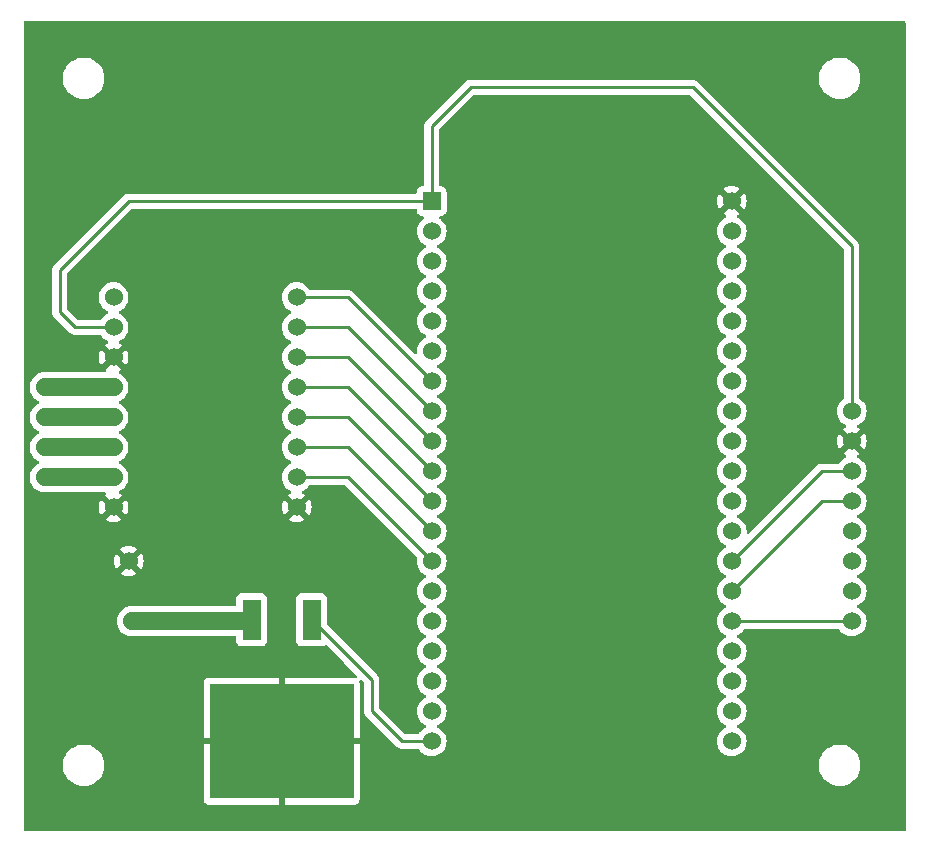
<source format=gbr>
%TF.GenerationSoftware,KiCad,Pcbnew,7.0.8*%
%TF.CreationDate,2024-02-29T18:24:51+01:00*%
%TF.ProjectId,pendulo_invert,70656e64-756c-46f5-9f69-6e766572742e,rev?*%
%TF.SameCoordinates,Original*%
%TF.FileFunction,Copper,L1,Top*%
%TF.FilePolarity,Positive*%
%FSLAX46Y46*%
G04 Gerber Fmt 4.6, Leading zero omitted, Abs format (unit mm)*
G04 Created by KiCad (PCBNEW 7.0.8) date 2024-02-29 18:24:51*
%MOMM*%
%LPD*%
G01*
G04 APERTURE LIST*
%TA.AperFunction,ComponentPad*%
%ADD10C,1.524000*%
%TD*%
%TA.AperFunction,ComponentPad*%
%ADD11R,1.530000X1.530000*%
%TD*%
%TA.AperFunction,ComponentPad*%
%ADD12C,1.530000*%
%TD*%
%TA.AperFunction,SMDPad,CuDef*%
%ADD13R,1.600000X3.500000*%
%TD*%
%TA.AperFunction,SMDPad,CuDef*%
%ADD14R,12.200000X9.750000*%
%TD*%
%TA.AperFunction,Conductor*%
%ADD15C,0.250000*%
%TD*%
%TA.AperFunction,Conductor*%
%ADD16C,1.494300*%
%TD*%
G04 APERTURE END LIST*
D10*
%TO.P,U1,1,PWMA*%
%TO.N,Net-(U1-PWMA)*%
X138430000Y-81788000D03*
%TO.P,U1,2,AIN2*%
%TO.N,Net-(U1-AIN2)*%
X138430000Y-84328000D03*
%TO.P,U1,3,AIN1*%
%TO.N,Net-(U1-AIN1)*%
X138430000Y-86868000D03*
%TO.P,U1,4,STBY*%
%TO.N,Net-(U1-STBY)*%
X138430000Y-89408000D03*
%TO.P,U1,5,BIN1*%
%TO.N,Net-(U1-BIN1)*%
X138430000Y-91948000D03*
%TO.P,U1,6,BIN2*%
%TO.N,Net-(U1-BIN2)*%
X138430000Y-94488000D03*
%TO.P,U1,7,PWMB*%
%TO.N,Net-(U1-PWMB)*%
X138430000Y-97028000D03*
%TO.P,U1,8,GND*%
%TO.N,GND*%
X138430000Y-99568000D03*
%TO.P,U1,9,VM*%
%TO.N,Net-(J1-Pin_1)*%
X122930000Y-81788000D03*
%TO.P,U1,10,VCC*%
%TO.N,Net-(U1-VCC)*%
X122930000Y-84328000D03*
%TO.P,U1,11,GND*%
%TO.N,GND*%
X122930000Y-86868000D03*
%TO.P,U1,12,AO1*%
%TO.N,Net-(J2-Pin_1)*%
X122930000Y-89408000D03*
%TO.P,U1,13,AO2*%
%TO.N,Net-(J3-Pin_1)*%
X122930000Y-91948000D03*
%TO.P,U1,14,B02*%
%TO.N,Net-(J4-Pin_1)*%
X122930000Y-94488000D03*
%TO.P,U1,15,BO1*%
%TO.N,Net-(J5-Pin_1)*%
X122930000Y-97028000D03*
%TO.P,U1,16,GND*%
%TO.N,GND*%
X122930000Y-99568000D03*
%TD*%
%TO.P,J3,1,Pin_1*%
%TO.N,Net-(J3-Pin_1)*%
X117088000Y-91948000D03*
%TD*%
D11*
%TO.P,U2,1,3V3*%
%TO.N,Net-(U1-VCC)*%
X149860000Y-73660000D03*
D12*
%TO.P,U2,2,EN*%
%TO.N,unconnected-(U2-EN-Pad2)*%
X149860000Y-76200000D03*
%TO.P,U2,3,SENSOR_VP*%
%TO.N,unconnected-(U2-SENSOR_VP-Pad3)*%
X149860000Y-78740000D03*
%TO.P,U2,4,SENSOR_VN*%
%TO.N,unconnected-(U2-SENSOR_VN-Pad4)*%
X149860000Y-81280000D03*
%TO.P,U2,5,IO34*%
%TO.N,unconnected-(U2-IO34-Pad5)*%
X149860000Y-83820000D03*
%TO.P,U2,6,IO35*%
%TO.N,unconnected-(U2-IO35-Pad6)*%
X149860000Y-86360000D03*
%TO.P,U2,7,IO32*%
%TO.N,Net-(U1-PWMA)*%
X149860000Y-88900000D03*
%TO.P,U2,8,IO33*%
%TO.N,Net-(U1-AIN2)*%
X149860000Y-91440000D03*
%TO.P,U2,9,IO25*%
%TO.N,Net-(U1-AIN1)*%
X149860000Y-93980000D03*
%TO.P,U2,10,IO26*%
%TO.N,Net-(U1-STBY)*%
X149860000Y-96520000D03*
%TO.P,U2,11,IO27*%
%TO.N,Net-(U1-BIN1)*%
X149860000Y-99060000D03*
%TO.P,U2,12,IO14*%
%TO.N,Net-(U1-BIN2)*%
X149860000Y-101600000D03*
%TO.P,U2,13,IO12*%
%TO.N,Net-(U1-PWMB)*%
X149860000Y-104140000D03*
%TO.P,U2,14,GND1*%
%TO.N,unconnected-(U2-GND1-Pad14)*%
X149860000Y-106680000D03*
%TO.P,U2,15,IO13*%
%TO.N,unconnected-(U2-IO13-Pad15)*%
X149860000Y-109220000D03*
%TO.P,U2,16,SD2*%
%TO.N,unconnected-(U2-SD2-Pad16)*%
X149860000Y-111760000D03*
%TO.P,U2,17,SD3*%
%TO.N,unconnected-(U2-SD3-Pad17)*%
X149860000Y-114300000D03*
%TO.P,U2,18,CMD*%
%TO.N,unconnected-(U2-CMD-Pad18)*%
X149860000Y-116840000D03*
%TO.P,U2,19,EXT_5V*%
%TO.N,Net-(U2-EXT_5V)*%
X149860000Y-119380000D03*
%TO.P,U2,20,CLK*%
%TO.N,unconnected-(U2-CLK-Pad20)*%
X175260000Y-119380000D03*
%TO.P,U2,21,SD0*%
%TO.N,unconnected-(U2-SD0-Pad21)*%
X175260000Y-116840000D03*
%TO.P,U2,22,SD1*%
%TO.N,unconnected-(U2-SD1-Pad22)*%
X175260000Y-114300000D03*
%TO.P,U2,23,IO15*%
%TO.N,unconnected-(U2-IO15-Pad23)*%
X175260000Y-111760000D03*
%TO.P,U2,24,IO2*%
%TO.N,Net-(U2-IO2)*%
X175260000Y-109220000D03*
%TO.P,U2,25,IO0*%
%TO.N,Net-(U2-IO0)*%
X175260000Y-106680000D03*
%TO.P,U2,26,IO4*%
%TO.N,Net-(U2-IO4)*%
X175260000Y-104140000D03*
%TO.P,U2,27,IO16*%
%TO.N,unconnected-(U2-IO16-Pad27)*%
X175260000Y-101600000D03*
%TO.P,U2,28,IO17*%
%TO.N,unconnected-(U2-IO17-Pad28)*%
X175260000Y-99060000D03*
%TO.P,U2,29,IO5*%
%TO.N,unconnected-(U2-IO5-Pad29)*%
X175260000Y-96520000D03*
%TO.P,U2,30,IO18*%
%TO.N,unconnected-(U2-IO18-Pad30)*%
X175260000Y-93980000D03*
%TO.P,U2,31,IO19*%
%TO.N,unconnected-(U2-IO19-Pad31)*%
X175260000Y-91440000D03*
%TO.P,U2,32,GND2*%
%TO.N,unconnected-(U2-GND2-Pad32)*%
X175260000Y-88900000D03*
%TO.P,U2,33,IO21*%
%TO.N,unconnected-(U2-IO21-Pad33)*%
X175260000Y-86360000D03*
%TO.P,U2,34,RXD0*%
%TO.N,unconnected-(U2-RXD0-Pad34)*%
X175260000Y-83820000D03*
%TO.P,U2,35,TXD0*%
%TO.N,unconnected-(U2-TXD0-Pad35)*%
X175260000Y-81280000D03*
%TO.P,U2,36,IO22*%
%TO.N,unconnected-(U2-IO22-Pad36)*%
X175260000Y-78740000D03*
%TO.P,U2,37,IO23*%
%TO.N,unconnected-(U2-IO23-Pad37)*%
X175260000Y-76200000D03*
%TO.P,U2,38,GND3*%
%TO.N,GND*%
X175260000Y-73660000D03*
%TD*%
D10*
%TO.P,J6,1,Pin_1*%
%TO.N,GND*%
X124206000Y-104140000D03*
%TD*%
%TO.P,J4,1,Pin_1*%
%TO.N,Net-(J4-Pin_1)*%
X117088000Y-94488000D03*
%TD*%
%TO.P,J2,1,Pin_1*%
%TO.N,Net-(J2-Pin_1)*%
X117088000Y-89408000D03*
%TD*%
%TO.P,J5,1,Pin_1*%
%TO.N,Net-(J5-Pin_1)*%
X117088000Y-97028000D03*
%TD*%
%TO.P,J1,1,Pin_1*%
%TO.N,Net-(J1-Pin_1)*%
X124460000Y-109220000D03*
%TD*%
D13*
%TO.P,U4,1,OUT*%
%TO.N,Net-(U2-EXT_5V)*%
X139700000Y-109105000D03*
%TO.P,U4,3,IN*%
%TO.N,Net-(J1-Pin_1)*%
X134620000Y-109105000D03*
D14*
%TO.P,U4,4,GND*%
%TO.N,GND*%
X137160000Y-119380000D03*
%TD*%
D10*
%TO.P,U5,1,VCC*%
%TO.N,Net-(U1-VCC)*%
X185420000Y-91440000D03*
%TO.P,U5,2,GND*%
%TO.N,GND*%
X185420000Y-93980000D03*
%TO.P,U5,3,SCLK*%
%TO.N,Net-(U2-IO4)*%
X185420000Y-96520000D03*
%TO.P,U5,4,SDA*%
%TO.N,Net-(U2-IO0)*%
X185420000Y-99060000D03*
%TO.P,U5,5,XDA*%
%TO.N,unconnected-(U5-XDA-Pad5)*%
X185420000Y-101600000D03*
%TO.P,U5,6,XCLK*%
%TO.N,unconnected-(U5-XCLK-Pad6)*%
X185420000Y-104140000D03*
%TO.P,U5,7,ADO*%
%TO.N,unconnected-(U5-ADO-Pad7)*%
X185420000Y-106680000D03*
%TO.P,U5,8,INT*%
%TO.N,Net-(U2-IO2)*%
X185420000Y-109220000D03*
%TD*%
D15*
%TO.N,Net-(J2-Pin_1)*%
X117294000Y-89408000D02*
X117088000Y-89202000D01*
D16*
X117088000Y-89408000D02*
X122930000Y-89408000D01*
%TO.N,Net-(J3-Pin_1)*%
X117088000Y-91948000D02*
X122930000Y-91948000D01*
D15*
X117310000Y-91948000D02*
X117088000Y-91726000D01*
D16*
%TO.N,Net-(J5-Pin_1)*%
X117088000Y-97028000D02*
X122930000Y-97028000D01*
D15*
%TO.N,Net-(J4-Pin_1)*%
X117326000Y-94488000D02*
X117088000Y-94250000D01*
D16*
X117088000Y-94488000D02*
X122930000Y-94488000D01*
D15*
%TO.N,Net-(U2-EXT_5V)*%
X147320000Y-119380000D02*
X149860000Y-119380000D01*
X144780000Y-114185000D02*
X144780000Y-116840000D01*
X144780000Y-116840000D02*
X147320000Y-119380000D01*
X139700000Y-109105000D02*
X144780000Y-114185000D01*
%TO.N,Net-(U2-IO2)*%
X175260000Y-109220000D02*
X185420000Y-109220000D01*
%TO.N,Net-(U2-IO0)*%
X182880000Y-99060000D02*
X175260000Y-106680000D01*
X185420000Y-99060000D02*
X182880000Y-99060000D01*
%TO.N,Net-(U2-IO4)*%
X185420000Y-96520000D02*
X182880000Y-96520000D01*
X182880000Y-96520000D02*
X175260000Y-104140000D01*
D16*
%TO.N,Net-(J1-Pin_1)*%
X124460000Y-109220000D02*
X134505000Y-109220000D01*
X134505000Y-109220000D02*
X134620000Y-109105000D01*
D15*
X124575000Y-109105000D02*
X124460000Y-109220000D01*
%TO.N,Net-(U1-VCC)*%
X122930000Y-84328000D02*
X119634000Y-84328000D01*
X118364000Y-79502000D02*
X124206000Y-73660000D01*
X149860000Y-67310000D02*
X153162000Y-64008000D01*
X171958000Y-64008000D02*
X185420000Y-77470000D01*
X153162000Y-64008000D02*
X171958000Y-64008000D01*
X118364000Y-83058000D02*
X118364000Y-79502000D01*
X124206000Y-73660000D02*
X131064000Y-73660000D01*
X131064000Y-73660000D02*
X149860000Y-73660000D01*
X185420000Y-77470000D02*
X185420000Y-91440000D01*
X149860000Y-73660000D02*
X149860000Y-67310000D01*
X119634000Y-84328000D02*
X118364000Y-83058000D01*
%TO.N,Net-(U1-PWMB)*%
X142748000Y-97028000D02*
X149860000Y-104140000D01*
X138430000Y-97028000D02*
X142748000Y-97028000D01*
X149860000Y-103632000D02*
X149860000Y-104140000D01*
%TO.N,Net-(U1-BIN2)*%
X138430000Y-94488000D02*
X142748000Y-94488000D01*
X149860000Y-101092000D02*
X149860000Y-101600000D01*
X142748000Y-94488000D02*
X149860000Y-101600000D01*
%TO.N,Net-(U1-BIN1)*%
X138430000Y-91948000D02*
X142748000Y-91948000D01*
X142748000Y-91948000D02*
X149860000Y-99060000D01*
X149860000Y-98552000D02*
X149860000Y-99060000D01*
%TO.N,Net-(U1-STBY)*%
X149860000Y-96012000D02*
X149860000Y-96520000D01*
X142748000Y-89408000D02*
X149860000Y-96520000D01*
X138430000Y-89408000D02*
X142748000Y-89408000D01*
%TO.N,Net-(U1-AIN1)*%
X138430000Y-86868000D02*
X142748000Y-86868000D01*
X142748000Y-86868000D02*
X149860000Y-93980000D01*
X149860000Y-93472000D02*
X149860000Y-93980000D01*
%TO.N,Net-(U1-AIN2)*%
X149860000Y-90932000D02*
X149860000Y-91440000D01*
X142748000Y-84328000D02*
X149860000Y-91440000D01*
X138430000Y-84328000D02*
X142748000Y-84328000D01*
%TO.N,Net-(U1-PWMA)*%
X142748000Y-81788000D02*
X149860000Y-88900000D01*
X138430000Y-81788000D02*
X142748000Y-81788000D01*
X149860000Y-88392000D02*
X149860000Y-88900000D01*
%TD*%
%TA.AperFunction,Conductor*%
%TO.N,GND*%
G36*
X189934539Y-58440185D02*
G01*
X189980294Y-58492989D01*
X189991500Y-58544500D01*
X189991500Y-126875500D01*
X189971815Y-126942539D01*
X189919011Y-126988294D01*
X189867500Y-126999500D01*
X115440500Y-126999500D01*
X115373461Y-126979815D01*
X115327706Y-126927011D01*
X115316500Y-126875500D01*
X115316500Y-121543187D01*
X118645500Y-121543187D01*
X118665794Y-121677823D01*
X118684604Y-121802615D01*
X118684605Y-121802617D01*
X118684606Y-121802623D01*
X118761938Y-122053326D01*
X118875767Y-122289696D01*
X118875768Y-122289697D01*
X118875770Y-122289700D01*
X118875772Y-122289704D01*
X119023567Y-122506479D01*
X119202014Y-122698801D01*
X119202018Y-122698804D01*
X119202019Y-122698805D01*
X119407143Y-122862386D01*
X119634357Y-122993568D01*
X119878584Y-123089420D01*
X120134370Y-123147802D01*
X120134376Y-123147802D01*
X120134379Y-123147803D01*
X120330500Y-123162500D01*
X120330506Y-123162500D01*
X120461500Y-123162500D01*
X120657620Y-123147803D01*
X120657622Y-123147802D01*
X120657630Y-123147802D01*
X120913416Y-123089420D01*
X121157643Y-122993568D01*
X121384857Y-122862386D01*
X121589981Y-122698805D01*
X121768433Y-122506479D01*
X121916228Y-122289704D01*
X122030063Y-122053323D01*
X122107396Y-121802615D01*
X122146500Y-121543182D01*
X122146500Y-121280818D01*
X122107396Y-121021385D01*
X122030063Y-120770677D01*
X121935216Y-120573724D01*
X121916232Y-120534303D01*
X121916231Y-120534302D01*
X121916230Y-120534301D01*
X121916228Y-120534296D01*
X121768433Y-120317521D01*
X121758441Y-120306753D01*
X121589985Y-120125198D01*
X121550533Y-120093736D01*
X121384857Y-119961614D01*
X121157643Y-119830432D01*
X120913416Y-119734580D01*
X120913411Y-119734578D01*
X120913402Y-119734576D01*
X120695818Y-119684914D01*
X120657630Y-119676198D01*
X120657629Y-119676197D01*
X120657625Y-119676197D01*
X120657620Y-119676196D01*
X120461500Y-119661500D01*
X120461494Y-119661500D01*
X120330506Y-119661500D01*
X120330500Y-119661500D01*
X120134379Y-119676196D01*
X120134374Y-119676197D01*
X119878597Y-119734576D01*
X119878578Y-119734582D01*
X119634356Y-119830432D01*
X119407143Y-119961614D01*
X119202014Y-120125198D01*
X119023567Y-120317520D01*
X118875768Y-120534302D01*
X118875767Y-120534303D01*
X118761938Y-120770673D01*
X118684606Y-121021376D01*
X118684605Y-121021381D01*
X118684604Y-121021385D01*
X118669853Y-121119247D01*
X118645500Y-121280812D01*
X118645500Y-121543187D01*
X115316500Y-121543187D01*
X115316500Y-119630000D01*
X130560000Y-119630000D01*
X130560000Y-124302844D01*
X130566401Y-124362372D01*
X130566403Y-124362379D01*
X130616645Y-124497086D01*
X130616649Y-124497093D01*
X130702809Y-124612187D01*
X130702812Y-124612190D01*
X130817906Y-124698350D01*
X130817913Y-124698354D01*
X130952620Y-124748596D01*
X130952627Y-124748598D01*
X131012155Y-124754999D01*
X131012172Y-124755000D01*
X136910000Y-124755000D01*
X136910000Y-119630000D01*
X137410000Y-119630000D01*
X137410000Y-124755000D01*
X143307828Y-124755000D01*
X143307844Y-124754999D01*
X143367372Y-124748598D01*
X143367379Y-124748596D01*
X143502086Y-124698354D01*
X143502093Y-124698350D01*
X143617187Y-124612190D01*
X143617190Y-124612187D01*
X143703350Y-124497093D01*
X143703354Y-124497086D01*
X143753596Y-124362379D01*
X143753598Y-124362372D01*
X143759999Y-124302844D01*
X143760000Y-124302827D01*
X143760000Y-121543187D01*
X182653500Y-121543187D01*
X182673794Y-121677823D01*
X182692604Y-121802615D01*
X182692605Y-121802617D01*
X182692606Y-121802623D01*
X182769938Y-122053326D01*
X182883767Y-122289696D01*
X182883768Y-122289697D01*
X182883770Y-122289700D01*
X182883772Y-122289704D01*
X183031567Y-122506479D01*
X183210014Y-122698801D01*
X183210018Y-122698804D01*
X183210019Y-122698805D01*
X183415143Y-122862386D01*
X183642357Y-122993568D01*
X183886584Y-123089420D01*
X184142370Y-123147802D01*
X184142376Y-123147802D01*
X184142379Y-123147803D01*
X184338500Y-123162500D01*
X184338506Y-123162500D01*
X184469500Y-123162500D01*
X184665620Y-123147803D01*
X184665622Y-123147802D01*
X184665630Y-123147802D01*
X184921416Y-123089420D01*
X185165643Y-122993568D01*
X185392857Y-122862386D01*
X185597981Y-122698805D01*
X185776433Y-122506479D01*
X185924228Y-122289704D01*
X186038063Y-122053323D01*
X186115396Y-121802615D01*
X186154500Y-121543182D01*
X186154500Y-121280818D01*
X186115396Y-121021385D01*
X186038063Y-120770677D01*
X185943216Y-120573724D01*
X185924232Y-120534303D01*
X185924231Y-120534302D01*
X185924230Y-120534301D01*
X185924228Y-120534296D01*
X185776433Y-120317521D01*
X185766441Y-120306753D01*
X185597985Y-120125198D01*
X185558533Y-120093736D01*
X185392857Y-119961614D01*
X185165643Y-119830432D01*
X184921416Y-119734580D01*
X184921411Y-119734578D01*
X184921402Y-119734576D01*
X184703818Y-119684914D01*
X184665630Y-119676198D01*
X184665629Y-119676197D01*
X184665625Y-119676197D01*
X184665620Y-119676196D01*
X184469500Y-119661500D01*
X184469494Y-119661500D01*
X184338506Y-119661500D01*
X184338500Y-119661500D01*
X184142379Y-119676196D01*
X184142374Y-119676197D01*
X183886597Y-119734576D01*
X183886578Y-119734582D01*
X183642356Y-119830432D01*
X183415143Y-119961614D01*
X183210014Y-120125198D01*
X183031567Y-120317520D01*
X182883768Y-120534302D01*
X182883767Y-120534303D01*
X182769938Y-120770673D01*
X182692606Y-121021376D01*
X182692605Y-121021381D01*
X182692604Y-121021385D01*
X182677853Y-121119247D01*
X182653500Y-121280812D01*
X182653500Y-121543187D01*
X143760000Y-121543187D01*
X143760000Y-119630000D01*
X137410000Y-119630000D01*
X136910000Y-119630000D01*
X130560000Y-119630000D01*
X115316500Y-119630000D01*
X115316500Y-119130000D01*
X130560000Y-119130000D01*
X136910000Y-119130000D01*
X136910000Y-114005000D01*
X131012155Y-114005000D01*
X130952627Y-114011401D01*
X130952620Y-114011403D01*
X130817913Y-114061645D01*
X130817906Y-114061649D01*
X130702812Y-114147809D01*
X130702809Y-114147812D01*
X130616649Y-114262906D01*
X130616645Y-114262913D01*
X130566403Y-114397620D01*
X130566401Y-114397627D01*
X130560000Y-114457155D01*
X130560000Y-119130000D01*
X115316500Y-119130000D01*
X115316500Y-109220002D01*
X123192677Y-109220002D01*
X123211929Y-109440062D01*
X123211930Y-109440070D01*
X123269104Y-109653445D01*
X123269105Y-109653447D01*
X123269106Y-109653450D01*
X123358660Y-109845500D01*
X123362466Y-109853662D01*
X123362468Y-109853666D01*
X123489170Y-110034615D01*
X123489175Y-110034621D01*
X123645378Y-110190824D01*
X123645384Y-110190829D01*
X123826333Y-110317531D01*
X123826335Y-110317532D01*
X123826338Y-110317534D01*
X124026550Y-110410894D01*
X124239932Y-110468070D01*
X124397123Y-110481822D01*
X124459998Y-110487323D01*
X124460000Y-110487323D01*
X124460002Y-110487323D01*
X124599758Y-110475095D01*
X124680068Y-110468070D01*
X124680068Y-110468069D01*
X124682170Y-110467886D01*
X124687576Y-110467650D01*
X133195501Y-110467650D01*
X133262540Y-110487335D01*
X133308295Y-110540139D01*
X133319501Y-110591650D01*
X133319501Y-110902876D01*
X133325908Y-110962483D01*
X133376202Y-111097328D01*
X133376206Y-111097335D01*
X133462452Y-111212544D01*
X133462455Y-111212547D01*
X133577664Y-111298793D01*
X133577671Y-111298797D01*
X133712517Y-111349091D01*
X133712516Y-111349091D01*
X133719444Y-111349835D01*
X133772127Y-111355500D01*
X135467872Y-111355499D01*
X135527483Y-111349091D01*
X135662331Y-111298796D01*
X135777546Y-111212546D01*
X135863796Y-111097331D01*
X135914091Y-110962483D01*
X135920500Y-110902873D01*
X135920499Y-107307128D01*
X135914091Y-107247517D01*
X135864471Y-107114480D01*
X135863797Y-107112671D01*
X135863793Y-107112664D01*
X135777547Y-106997455D01*
X135777544Y-106997452D01*
X135662335Y-106911206D01*
X135662328Y-106911202D01*
X135527482Y-106860908D01*
X135527483Y-106860908D01*
X135467883Y-106854501D01*
X135467881Y-106854500D01*
X135467873Y-106854500D01*
X135467864Y-106854500D01*
X133772129Y-106854500D01*
X133772123Y-106854501D01*
X133712516Y-106860908D01*
X133577671Y-106911202D01*
X133577664Y-106911206D01*
X133462455Y-106997452D01*
X133462452Y-106997455D01*
X133376206Y-107112664D01*
X133376202Y-107112671D01*
X133325908Y-107247517D01*
X133319501Y-107307116D01*
X133319501Y-107307123D01*
X133319500Y-107307135D01*
X133319500Y-107848350D01*
X133299815Y-107915389D01*
X133247011Y-107961144D01*
X133195500Y-107972350D01*
X124687576Y-107972350D01*
X124682170Y-107972114D01*
X124680068Y-107971930D01*
X124556781Y-107961144D01*
X124460002Y-107952677D01*
X124459998Y-107952677D01*
X124239937Y-107971929D01*
X124239929Y-107971930D01*
X124026554Y-108029104D01*
X124026548Y-108029107D01*
X123826340Y-108122465D01*
X123826338Y-108122466D01*
X123645377Y-108249175D01*
X123489175Y-108405377D01*
X123362466Y-108586338D01*
X123362465Y-108586340D01*
X123269107Y-108786548D01*
X123269104Y-108786554D01*
X123211930Y-108999929D01*
X123211929Y-108999937D01*
X123192677Y-109219997D01*
X123192677Y-109220002D01*
X115316500Y-109220002D01*
X115316500Y-104140000D01*
X122939179Y-104140000D01*
X122958424Y-104359976D01*
X122958426Y-104359986D01*
X123015575Y-104573270D01*
X123015580Y-104573284D01*
X123108899Y-104773407D01*
X123108900Y-104773409D01*
X123154258Y-104838187D01*
X123821096Y-104171349D01*
X123821051Y-104171898D01*
X123852266Y-104295162D01*
X123921813Y-104401612D01*
X124022157Y-104479713D01*
X124142422Y-104521000D01*
X124178553Y-104521000D01*
X123507811Y-105191741D01*
X123572582Y-105237094D01*
X123572592Y-105237100D01*
X123772715Y-105330419D01*
X123772729Y-105330424D01*
X123986013Y-105387573D01*
X123986023Y-105387575D01*
X124205999Y-105406821D01*
X124206001Y-105406821D01*
X124425976Y-105387575D01*
X124425986Y-105387573D01*
X124639270Y-105330424D01*
X124639284Y-105330419D01*
X124839408Y-105237100D01*
X124839420Y-105237093D01*
X124904186Y-105191742D01*
X124904187Y-105191740D01*
X124233448Y-104521000D01*
X124237569Y-104521000D01*
X124331421Y-104505339D01*
X124443251Y-104444820D01*
X124529371Y-104351269D01*
X124580448Y-104234823D01*
X124586105Y-104166552D01*
X125257740Y-104838187D01*
X125257742Y-104838186D01*
X125303093Y-104773420D01*
X125303100Y-104773408D01*
X125396419Y-104573284D01*
X125396424Y-104573270D01*
X125453573Y-104359986D01*
X125453575Y-104359976D01*
X125472821Y-104140000D01*
X125472821Y-104139999D01*
X125453575Y-103920023D01*
X125453573Y-103920013D01*
X125396424Y-103706729D01*
X125396420Y-103706720D01*
X125303098Y-103506590D01*
X125257740Y-103441811D01*
X124590903Y-104108648D01*
X124590949Y-104108102D01*
X124559734Y-103984838D01*
X124490187Y-103878388D01*
X124389843Y-103800287D01*
X124269578Y-103759000D01*
X124233447Y-103759000D01*
X124904187Y-103088258D01*
X124839409Y-103042900D01*
X124839407Y-103042899D01*
X124639284Y-102949580D01*
X124639270Y-102949575D01*
X124425986Y-102892426D01*
X124425976Y-102892424D01*
X124206001Y-102873179D01*
X124205999Y-102873179D01*
X123986023Y-102892424D01*
X123986013Y-102892426D01*
X123772729Y-102949575D01*
X123772720Y-102949579D01*
X123572586Y-103042903D01*
X123507812Y-103088257D01*
X123507811Y-103088258D01*
X124178554Y-103759000D01*
X124174431Y-103759000D01*
X124080579Y-103774661D01*
X123968749Y-103835180D01*
X123882629Y-103928731D01*
X123831552Y-104045177D01*
X123825894Y-104113447D01*
X123154258Y-103441811D01*
X123154257Y-103441812D01*
X123108903Y-103506586D01*
X123015579Y-103706720D01*
X123015575Y-103706729D01*
X122958426Y-103920013D01*
X122958424Y-103920023D01*
X122939179Y-104139999D01*
X122939179Y-104140000D01*
X115316500Y-104140000D01*
X115316500Y-97028002D01*
X115820677Y-97028002D01*
X115839929Y-97248062D01*
X115839930Y-97248070D01*
X115897104Y-97461445D01*
X115897105Y-97461447D01*
X115897106Y-97461450D01*
X115986660Y-97653500D01*
X115990466Y-97661662D01*
X115990468Y-97661666D01*
X116117170Y-97842615D01*
X116117175Y-97842621D01*
X116273378Y-97998824D01*
X116273384Y-97998829D01*
X116454333Y-98125531D01*
X116454335Y-98125532D01*
X116454338Y-98125534D01*
X116654550Y-98218894D01*
X116867932Y-98276070D01*
X117025123Y-98289822D01*
X117087998Y-98295323D01*
X117088000Y-98295323D01*
X117088002Y-98295323D01*
X117227758Y-98283095D01*
X117308068Y-98276070D01*
X117308068Y-98276069D01*
X117310170Y-98275886D01*
X117315576Y-98275650D01*
X122182159Y-98275650D01*
X122249198Y-98295335D01*
X122294953Y-98348139D01*
X122304897Y-98417297D01*
X122275872Y-98480853D01*
X122253282Y-98501225D01*
X122231812Y-98516258D01*
X122231811Y-98516258D01*
X122902554Y-99187000D01*
X122898431Y-99187000D01*
X122804579Y-99202661D01*
X122692749Y-99263180D01*
X122606629Y-99356731D01*
X122555552Y-99473177D01*
X122549894Y-99541447D01*
X121878258Y-98869811D01*
X121878257Y-98869812D01*
X121832903Y-98934586D01*
X121739579Y-99134720D01*
X121739575Y-99134729D01*
X121682426Y-99348013D01*
X121682424Y-99348023D01*
X121663179Y-99567999D01*
X121663179Y-99568000D01*
X121682424Y-99787976D01*
X121682426Y-99787986D01*
X121739575Y-100001270D01*
X121739580Y-100001284D01*
X121832899Y-100201407D01*
X121832900Y-100201409D01*
X121878258Y-100266187D01*
X122545096Y-99599349D01*
X122545051Y-99599898D01*
X122576266Y-99723162D01*
X122645813Y-99829612D01*
X122746157Y-99907713D01*
X122866422Y-99949000D01*
X122902553Y-99949000D01*
X122231811Y-100619741D01*
X122296582Y-100665094D01*
X122296592Y-100665100D01*
X122496715Y-100758419D01*
X122496729Y-100758424D01*
X122710013Y-100815573D01*
X122710023Y-100815575D01*
X122929999Y-100834821D01*
X122930001Y-100834821D01*
X123149976Y-100815575D01*
X123149986Y-100815573D01*
X123363270Y-100758424D01*
X123363284Y-100758419D01*
X123563408Y-100665100D01*
X123563420Y-100665093D01*
X123628186Y-100619742D01*
X123628187Y-100619740D01*
X122957448Y-99949000D01*
X122961569Y-99949000D01*
X123055421Y-99933339D01*
X123167251Y-99872820D01*
X123253371Y-99779269D01*
X123304448Y-99662823D01*
X123310105Y-99594552D01*
X123981740Y-100266187D01*
X123981742Y-100266186D01*
X124027093Y-100201420D01*
X124027100Y-100201408D01*
X124120419Y-100001284D01*
X124120424Y-100001270D01*
X124177573Y-99787986D01*
X124177575Y-99787976D01*
X124196821Y-99568000D01*
X124196821Y-99567999D01*
X124177575Y-99348023D01*
X124177573Y-99348013D01*
X124120424Y-99134729D01*
X124120420Y-99134720D01*
X124027098Y-98934590D01*
X123981740Y-98869811D01*
X123314903Y-99536648D01*
X123314949Y-99536102D01*
X123283734Y-99412838D01*
X123214187Y-99306388D01*
X123113843Y-99228287D01*
X122993578Y-99187000D01*
X122957447Y-99187000D01*
X123628187Y-98516258D01*
X123563409Y-98470900D01*
X123563407Y-98470899D01*
X123434219Y-98410658D01*
X123381779Y-98364486D01*
X123362627Y-98297293D01*
X123382843Y-98230411D01*
X123434219Y-98185894D01*
X123563662Y-98125534D01*
X123744620Y-97998826D01*
X123900826Y-97842620D01*
X124027534Y-97661662D01*
X124120894Y-97461450D01*
X124178070Y-97248068D01*
X124197323Y-97028000D01*
X124178070Y-96807932D01*
X124120894Y-96594550D01*
X124027534Y-96394339D01*
X123900826Y-96213380D01*
X123744620Y-96057174D01*
X123744616Y-96057171D01*
X123744615Y-96057170D01*
X123563666Y-95930468D01*
X123563658Y-95930464D01*
X123434811Y-95870382D01*
X123382371Y-95824210D01*
X123363219Y-95757017D01*
X123383435Y-95690135D01*
X123434811Y-95645618D01*
X123440802Y-95642824D01*
X123563662Y-95585534D01*
X123744620Y-95458826D01*
X123900826Y-95302620D01*
X124027534Y-95121662D01*
X124120894Y-94921450D01*
X124178070Y-94708068D01*
X124197323Y-94488000D01*
X124178070Y-94267932D01*
X124120894Y-94054550D01*
X124027534Y-93854339D01*
X123928938Y-93713528D01*
X123900827Y-93673381D01*
X123826446Y-93599000D01*
X123744620Y-93517174D01*
X123744616Y-93517171D01*
X123744615Y-93517170D01*
X123563666Y-93390468D01*
X123563658Y-93390464D01*
X123434811Y-93330382D01*
X123382371Y-93284210D01*
X123363219Y-93217017D01*
X123383435Y-93150135D01*
X123434811Y-93105618D01*
X123440802Y-93102824D01*
X123563662Y-93045534D01*
X123744620Y-92918826D01*
X123900826Y-92762620D01*
X124027534Y-92581662D01*
X124120894Y-92381450D01*
X124178070Y-92168068D01*
X124197323Y-91948000D01*
X124178070Y-91727932D01*
X124120894Y-91514550D01*
X124027534Y-91314339D01*
X123900826Y-91133380D01*
X123744620Y-90977174D01*
X123744616Y-90977171D01*
X123744615Y-90977170D01*
X123563666Y-90850468D01*
X123563658Y-90850464D01*
X123434811Y-90790382D01*
X123382371Y-90744210D01*
X123363219Y-90677017D01*
X123383435Y-90610135D01*
X123434811Y-90565618D01*
X123440802Y-90562824D01*
X123563662Y-90505534D01*
X123744620Y-90378826D01*
X123900826Y-90222620D01*
X124027534Y-90041662D01*
X124120894Y-89841450D01*
X124178070Y-89628068D01*
X124197323Y-89408000D01*
X124178070Y-89187932D01*
X124120894Y-88974550D01*
X124027534Y-88774339D01*
X123900826Y-88593380D01*
X123744620Y-88437174D01*
X123744616Y-88437171D01*
X123744615Y-88437170D01*
X123563666Y-88310468D01*
X123563658Y-88310464D01*
X123434219Y-88250106D01*
X123381779Y-88203934D01*
X123362627Y-88136741D01*
X123382843Y-88069859D01*
X123434219Y-88025342D01*
X123563408Y-87965100D01*
X123563420Y-87965093D01*
X123628186Y-87919742D01*
X123628187Y-87919740D01*
X122957448Y-87249000D01*
X122961569Y-87249000D01*
X123055421Y-87233339D01*
X123167251Y-87172820D01*
X123253371Y-87079269D01*
X123304448Y-86962823D01*
X123310105Y-86894552D01*
X123981740Y-87566187D01*
X123981742Y-87566186D01*
X124027093Y-87501420D01*
X124027100Y-87501408D01*
X124120419Y-87301284D01*
X124120424Y-87301270D01*
X124177573Y-87087986D01*
X124177575Y-87087976D01*
X124196821Y-86868000D01*
X124196821Y-86867999D01*
X124177575Y-86648023D01*
X124177573Y-86648013D01*
X124120424Y-86434729D01*
X124120420Y-86434720D01*
X124027098Y-86234590D01*
X123981740Y-86169811D01*
X123314903Y-86836648D01*
X123314949Y-86836102D01*
X123283734Y-86712838D01*
X123214187Y-86606388D01*
X123113843Y-86528287D01*
X122993578Y-86487000D01*
X122957447Y-86487000D01*
X123628187Y-85816258D01*
X123563409Y-85770900D01*
X123563407Y-85770899D01*
X123434219Y-85710658D01*
X123381779Y-85664486D01*
X123362627Y-85597293D01*
X123382843Y-85530411D01*
X123434219Y-85485894D01*
X123434811Y-85485618D01*
X123563662Y-85425534D01*
X123744620Y-85298826D01*
X123900826Y-85142620D01*
X124027534Y-84961662D01*
X124120894Y-84761450D01*
X124178070Y-84548068D01*
X124197323Y-84328000D01*
X124178070Y-84107932D01*
X124120894Y-83894550D01*
X124027534Y-83694339D01*
X123900826Y-83513380D01*
X123744620Y-83357174D01*
X123744616Y-83357171D01*
X123744615Y-83357170D01*
X123563666Y-83230468D01*
X123563658Y-83230464D01*
X123434811Y-83170382D01*
X123382371Y-83124210D01*
X123363219Y-83057017D01*
X123383435Y-82990135D01*
X123434811Y-82945618D01*
X123440802Y-82942824D01*
X123563662Y-82885534D01*
X123744620Y-82758826D01*
X123900826Y-82602620D01*
X124027534Y-82421662D01*
X124120894Y-82221450D01*
X124178070Y-82008068D01*
X124197323Y-81788000D01*
X124178070Y-81567932D01*
X124120894Y-81354550D01*
X124027534Y-81154339D01*
X123900826Y-80973380D01*
X123744620Y-80817174D01*
X123744616Y-80817171D01*
X123744615Y-80817170D01*
X123563666Y-80690468D01*
X123563662Y-80690466D01*
X123563660Y-80690465D01*
X123363450Y-80597106D01*
X123363447Y-80597105D01*
X123363445Y-80597104D01*
X123150070Y-80539930D01*
X123150062Y-80539929D01*
X122930002Y-80520677D01*
X122929998Y-80520677D01*
X122709937Y-80539929D01*
X122709929Y-80539930D01*
X122496554Y-80597104D01*
X122496548Y-80597107D01*
X122296340Y-80690465D01*
X122296338Y-80690466D01*
X122115377Y-80817175D01*
X121959175Y-80973377D01*
X121832466Y-81154338D01*
X121832465Y-81154340D01*
X121739107Y-81354548D01*
X121739104Y-81354554D01*
X121681930Y-81567929D01*
X121681929Y-81567937D01*
X121662677Y-81787997D01*
X121662677Y-81788002D01*
X121681929Y-82008062D01*
X121681930Y-82008070D01*
X121739104Y-82221445D01*
X121739105Y-82221447D01*
X121739106Y-82221450D01*
X121828660Y-82413500D01*
X121832466Y-82421662D01*
X121832468Y-82421666D01*
X121959170Y-82602615D01*
X121959175Y-82602621D01*
X122115378Y-82758824D01*
X122115384Y-82758829D01*
X122296333Y-82885531D01*
X122296335Y-82885532D01*
X122296338Y-82885534D01*
X122415748Y-82941215D01*
X122425189Y-82945618D01*
X122477628Y-82991790D01*
X122496780Y-83058984D01*
X122476564Y-83125865D01*
X122425189Y-83170382D01*
X122296340Y-83230465D01*
X122296338Y-83230466D01*
X122115377Y-83357175D01*
X121959175Y-83513377D01*
X121863776Y-83649623D01*
X121809199Y-83693248D01*
X121762201Y-83702500D01*
X119944453Y-83702500D01*
X119877414Y-83682815D01*
X119856772Y-83666181D01*
X119025819Y-82835228D01*
X118992334Y-82773905D01*
X118989500Y-82747547D01*
X118989500Y-79812452D01*
X119009185Y-79745413D01*
X119025819Y-79724771D01*
X124428771Y-74321819D01*
X124490094Y-74288334D01*
X124516452Y-74285500D01*
X130984981Y-74285500D01*
X148470501Y-74285500D01*
X148537540Y-74305185D01*
X148583295Y-74357989D01*
X148594501Y-74409500D01*
X148594501Y-74472876D01*
X148600908Y-74532483D01*
X148651202Y-74667328D01*
X148651206Y-74667335D01*
X148737452Y-74782544D01*
X148737455Y-74782547D01*
X148852664Y-74868793D01*
X148852671Y-74868797D01*
X148987517Y-74919091D01*
X148987516Y-74919091D01*
X148994444Y-74919835D01*
X149047127Y-74925500D01*
X149080564Y-74925499D01*
X149147601Y-74945182D01*
X149193357Y-74997984D01*
X149203302Y-75067143D01*
X149174279Y-75130699D01*
X149151689Y-75151073D01*
X149043447Y-75226866D01*
X149043441Y-75226871D01*
X148886868Y-75383444D01*
X148759857Y-75564834D01*
X148759856Y-75564836D01*
X148666279Y-75765513D01*
X148666275Y-75765524D01*
X148608965Y-75979407D01*
X148608964Y-75979414D01*
X148589666Y-76199998D01*
X148589666Y-76200001D01*
X148608964Y-76420585D01*
X148608965Y-76420592D01*
X148666275Y-76634475D01*
X148666279Y-76634486D01*
X148759856Y-76835163D01*
X148759858Y-76835167D01*
X148886868Y-77016555D01*
X149043445Y-77173132D01*
X149224833Y-77300142D01*
X149286828Y-77329050D01*
X149348091Y-77357618D01*
X149400531Y-77403790D01*
X149419683Y-77470983D01*
X149399467Y-77537865D01*
X149348091Y-77582382D01*
X149224836Y-77639856D01*
X149224834Y-77639857D01*
X149043444Y-77766868D01*
X148886868Y-77923444D01*
X148759857Y-78104834D01*
X148759856Y-78104836D01*
X148666279Y-78305513D01*
X148666275Y-78305524D01*
X148608965Y-78519407D01*
X148608964Y-78519414D01*
X148589666Y-78739998D01*
X148589666Y-78740001D01*
X148608964Y-78960585D01*
X148608965Y-78960592D01*
X148666275Y-79174475D01*
X148666279Y-79174486D01*
X148759856Y-79375163D01*
X148759858Y-79375167D01*
X148886868Y-79556555D01*
X149043445Y-79713132D01*
X149224833Y-79840142D01*
X149286828Y-79869050D01*
X149348091Y-79897618D01*
X149400531Y-79943790D01*
X149419683Y-80010983D01*
X149399467Y-80077865D01*
X149348091Y-80122382D01*
X149224836Y-80179856D01*
X149224834Y-80179857D01*
X149043444Y-80306868D01*
X148886868Y-80463444D01*
X148759857Y-80644834D01*
X148759856Y-80644836D01*
X148666279Y-80845513D01*
X148666275Y-80845524D01*
X148608965Y-81059407D01*
X148608964Y-81059414D01*
X148589666Y-81279998D01*
X148589666Y-81280001D01*
X148608964Y-81500585D01*
X148608965Y-81500592D01*
X148666275Y-81714475D01*
X148666279Y-81714486D01*
X148759856Y-81915163D01*
X148759858Y-81915167D01*
X148886868Y-82096555D01*
X149043445Y-82253132D01*
X149224833Y-82380142D01*
X149286828Y-82409050D01*
X149348091Y-82437618D01*
X149400531Y-82483790D01*
X149419683Y-82550983D01*
X149399467Y-82617865D01*
X149348091Y-82662382D01*
X149224836Y-82719856D01*
X149224834Y-82719857D01*
X149043444Y-82846868D01*
X148886868Y-83003444D01*
X148759857Y-83184834D01*
X148759856Y-83184836D01*
X148666279Y-83385513D01*
X148666275Y-83385524D01*
X148608965Y-83599407D01*
X148608964Y-83599414D01*
X148589666Y-83819998D01*
X148589666Y-83820001D01*
X148608964Y-84040585D01*
X148608965Y-84040592D01*
X148666275Y-84254475D01*
X148666279Y-84254486D01*
X148759856Y-84455163D01*
X148759858Y-84455167D01*
X148886868Y-84636555D01*
X149043445Y-84793132D01*
X149224833Y-84920142D01*
X149268974Y-84940725D01*
X149348091Y-84977618D01*
X149400531Y-85023790D01*
X149419683Y-85090983D01*
X149399467Y-85157865D01*
X149348091Y-85202382D01*
X149224836Y-85259856D01*
X149224834Y-85259857D01*
X149043444Y-85386868D01*
X148886868Y-85543444D01*
X148759857Y-85724834D01*
X148759856Y-85724836D01*
X148666279Y-85925513D01*
X148666275Y-85925524D01*
X148608965Y-86139407D01*
X148608964Y-86139414D01*
X148589666Y-86359998D01*
X148589666Y-86360003D01*
X148596892Y-86442605D01*
X148583125Y-86511105D01*
X148534509Y-86561287D01*
X148466480Y-86577220D01*
X148400637Y-86553844D01*
X148385683Y-86541092D01*
X143248803Y-81404212D01*
X143238980Y-81391950D01*
X143238759Y-81392134D01*
X143233786Y-81386123D01*
X143183364Y-81338773D01*
X143172919Y-81328328D01*
X143162475Y-81317883D01*
X143156986Y-81313625D01*
X143152561Y-81309847D01*
X143118582Y-81277938D01*
X143118580Y-81277936D01*
X143118577Y-81277935D01*
X143101029Y-81268288D01*
X143084763Y-81257604D01*
X143068933Y-81245325D01*
X143026168Y-81226818D01*
X143020922Y-81224248D01*
X142980093Y-81201803D01*
X142980092Y-81201802D01*
X142960693Y-81196822D01*
X142942281Y-81190518D01*
X142923898Y-81182562D01*
X142923892Y-81182560D01*
X142877874Y-81175272D01*
X142872152Y-81174087D01*
X142827021Y-81162500D01*
X142827019Y-81162500D01*
X142806984Y-81162500D01*
X142787586Y-81160973D01*
X142780162Y-81159797D01*
X142767805Y-81157840D01*
X142767804Y-81157840D01*
X142721416Y-81162225D01*
X142715578Y-81162500D01*
X139597799Y-81162500D01*
X139530760Y-81142815D01*
X139496224Y-81109623D01*
X139400827Y-80973381D01*
X139400823Y-80973377D01*
X139244620Y-80817174D01*
X139244616Y-80817171D01*
X139244615Y-80817170D01*
X139063666Y-80690468D01*
X139063662Y-80690466D01*
X139063660Y-80690465D01*
X138863450Y-80597106D01*
X138863447Y-80597105D01*
X138863445Y-80597104D01*
X138650070Y-80539930D01*
X138650062Y-80539929D01*
X138430002Y-80520677D01*
X138429998Y-80520677D01*
X138209937Y-80539929D01*
X138209929Y-80539930D01*
X137996554Y-80597104D01*
X137996548Y-80597107D01*
X137796340Y-80690465D01*
X137796338Y-80690466D01*
X137615377Y-80817175D01*
X137459175Y-80973377D01*
X137332466Y-81154338D01*
X137332465Y-81154340D01*
X137239107Y-81354548D01*
X137239104Y-81354554D01*
X137181930Y-81567929D01*
X137181929Y-81567937D01*
X137162677Y-81787997D01*
X137162677Y-81788002D01*
X137181929Y-82008062D01*
X137181930Y-82008070D01*
X137239104Y-82221445D01*
X137239105Y-82221447D01*
X137239106Y-82221450D01*
X137328660Y-82413500D01*
X137332466Y-82421662D01*
X137332468Y-82421666D01*
X137459170Y-82602615D01*
X137459175Y-82602621D01*
X137615378Y-82758824D01*
X137615384Y-82758829D01*
X137796333Y-82885531D01*
X137796335Y-82885532D01*
X137796338Y-82885534D01*
X137915748Y-82941215D01*
X137925189Y-82945618D01*
X137977628Y-82991790D01*
X137996780Y-83058984D01*
X137976564Y-83125865D01*
X137925189Y-83170382D01*
X137796340Y-83230465D01*
X137796338Y-83230466D01*
X137615377Y-83357175D01*
X137459175Y-83513377D01*
X137332466Y-83694338D01*
X137332465Y-83694340D01*
X137239107Y-83894548D01*
X137239104Y-83894554D01*
X137181930Y-84107929D01*
X137181929Y-84107937D01*
X137162677Y-84327997D01*
X137162677Y-84328002D01*
X137181929Y-84548062D01*
X137181930Y-84548070D01*
X137239104Y-84761445D01*
X137239105Y-84761447D01*
X137239106Y-84761450D01*
X137313788Y-84921606D01*
X137332466Y-84961662D01*
X137332468Y-84961666D01*
X137459170Y-85142615D01*
X137459175Y-85142621D01*
X137615378Y-85298824D01*
X137615384Y-85298829D01*
X137796333Y-85425531D01*
X137796335Y-85425532D01*
X137796338Y-85425534D01*
X137915748Y-85481215D01*
X137925189Y-85485618D01*
X137977628Y-85531790D01*
X137996780Y-85598984D01*
X137976564Y-85665865D01*
X137925189Y-85710382D01*
X137796340Y-85770465D01*
X137796338Y-85770466D01*
X137615377Y-85897175D01*
X137459175Y-86053377D01*
X137332466Y-86234338D01*
X137332465Y-86234340D01*
X137239107Y-86434548D01*
X137239104Y-86434554D01*
X137181930Y-86647929D01*
X137181929Y-86647937D01*
X137162677Y-86867997D01*
X137162677Y-86868002D01*
X137181929Y-87088062D01*
X137181930Y-87088070D01*
X137239104Y-87301445D01*
X137239105Y-87301447D01*
X137239106Y-87301450D01*
X137328660Y-87493500D01*
X137332466Y-87501662D01*
X137332468Y-87501666D01*
X137459170Y-87682615D01*
X137459175Y-87682621D01*
X137615378Y-87838824D01*
X137615384Y-87838829D01*
X137796333Y-87965531D01*
X137796335Y-87965532D01*
X137796338Y-87965534D01*
X137915748Y-88021215D01*
X137925189Y-88025618D01*
X137977628Y-88071790D01*
X137996780Y-88138984D01*
X137976564Y-88205865D01*
X137925189Y-88250382D01*
X137796340Y-88310465D01*
X137796338Y-88310466D01*
X137615377Y-88437175D01*
X137459175Y-88593377D01*
X137332466Y-88774338D01*
X137332465Y-88774340D01*
X137239107Y-88974548D01*
X137239104Y-88974554D01*
X137181930Y-89187929D01*
X137181929Y-89187937D01*
X137162677Y-89407997D01*
X137162677Y-89408002D01*
X137181929Y-89628062D01*
X137181930Y-89628070D01*
X137239104Y-89841445D01*
X137239105Y-89841447D01*
X137239106Y-89841450D01*
X137328660Y-90033500D01*
X137332466Y-90041662D01*
X137332468Y-90041666D01*
X137459170Y-90222615D01*
X137459175Y-90222621D01*
X137615378Y-90378824D01*
X137615384Y-90378829D01*
X137796333Y-90505531D01*
X137796335Y-90505532D01*
X137796338Y-90505534D01*
X137915748Y-90561215D01*
X137925189Y-90565618D01*
X137977628Y-90611790D01*
X137996780Y-90678984D01*
X137976564Y-90745865D01*
X137925189Y-90790382D01*
X137796340Y-90850465D01*
X137796338Y-90850466D01*
X137615377Y-90977175D01*
X137459175Y-91133377D01*
X137332466Y-91314338D01*
X137332465Y-91314340D01*
X137239107Y-91514548D01*
X137239104Y-91514554D01*
X137181930Y-91727929D01*
X137181929Y-91727937D01*
X137162677Y-91947997D01*
X137162677Y-91948002D01*
X137181929Y-92168062D01*
X137181930Y-92168070D01*
X137239104Y-92381445D01*
X137239105Y-92381447D01*
X137239106Y-92381450D01*
X137328660Y-92573500D01*
X137332466Y-92581662D01*
X137332468Y-92581666D01*
X137459170Y-92762615D01*
X137459175Y-92762621D01*
X137615378Y-92918824D01*
X137615384Y-92918829D01*
X137796333Y-93045531D01*
X137796335Y-93045532D01*
X137796338Y-93045534D01*
X137915748Y-93101215D01*
X137925189Y-93105618D01*
X137977628Y-93151790D01*
X137996780Y-93218984D01*
X137976564Y-93285865D01*
X137925189Y-93330382D01*
X137796340Y-93390465D01*
X137796338Y-93390466D01*
X137615377Y-93517175D01*
X137459175Y-93673377D01*
X137332466Y-93854338D01*
X137332465Y-93854340D01*
X137239107Y-94054548D01*
X137239104Y-94054554D01*
X137181930Y-94267929D01*
X137181929Y-94267937D01*
X137162677Y-94487997D01*
X137162677Y-94488002D01*
X137181929Y-94708062D01*
X137181930Y-94708070D01*
X137239104Y-94921445D01*
X137239105Y-94921447D01*
X137239106Y-94921450D01*
X137328660Y-95113500D01*
X137332466Y-95121662D01*
X137332468Y-95121666D01*
X137459170Y-95302615D01*
X137459175Y-95302621D01*
X137615378Y-95458824D01*
X137615384Y-95458829D01*
X137796333Y-95585531D01*
X137796335Y-95585532D01*
X137796338Y-95585534D01*
X137915748Y-95641215D01*
X137925189Y-95645618D01*
X137977628Y-95691790D01*
X137996780Y-95758984D01*
X137976564Y-95825865D01*
X137925189Y-95870382D01*
X137796340Y-95930465D01*
X137796338Y-95930466D01*
X137615377Y-96057175D01*
X137459175Y-96213377D01*
X137332466Y-96394338D01*
X137332465Y-96394340D01*
X137239107Y-96594548D01*
X137239104Y-96594554D01*
X137181930Y-96807929D01*
X137181929Y-96807937D01*
X137162677Y-97027997D01*
X137162677Y-97028002D01*
X137181929Y-97248062D01*
X137181930Y-97248070D01*
X137239104Y-97461445D01*
X137239105Y-97461447D01*
X137239106Y-97461450D01*
X137328660Y-97653500D01*
X137332466Y-97661662D01*
X137332468Y-97661666D01*
X137459170Y-97842615D01*
X137459175Y-97842621D01*
X137615378Y-97998824D01*
X137615384Y-97998829D01*
X137796333Y-98125531D01*
X137796335Y-98125532D01*
X137796338Y-98125534D01*
X137925781Y-98185894D01*
X137978220Y-98232066D01*
X137997372Y-98299260D01*
X137977156Y-98366141D01*
X137925781Y-98410658D01*
X137796586Y-98470903D01*
X137731812Y-98516257D01*
X137731811Y-98516258D01*
X138402554Y-99187000D01*
X138398431Y-99187000D01*
X138304579Y-99202661D01*
X138192749Y-99263180D01*
X138106629Y-99356731D01*
X138055552Y-99473177D01*
X138049894Y-99541447D01*
X137378258Y-98869811D01*
X137378257Y-98869812D01*
X137332903Y-98934586D01*
X137239579Y-99134720D01*
X137239575Y-99134729D01*
X137182426Y-99348013D01*
X137182424Y-99348023D01*
X137163179Y-99567999D01*
X137163179Y-99568000D01*
X137182424Y-99787976D01*
X137182426Y-99787986D01*
X137239575Y-100001270D01*
X137239580Y-100001284D01*
X137332899Y-100201407D01*
X137332900Y-100201409D01*
X137378258Y-100266187D01*
X138045096Y-99599349D01*
X138045051Y-99599898D01*
X138076266Y-99723162D01*
X138145813Y-99829612D01*
X138246157Y-99907713D01*
X138366422Y-99949000D01*
X138402553Y-99949000D01*
X137731811Y-100619741D01*
X137796582Y-100665094D01*
X137796592Y-100665100D01*
X137996715Y-100758419D01*
X137996729Y-100758424D01*
X138210013Y-100815573D01*
X138210023Y-100815575D01*
X138429999Y-100834821D01*
X138430001Y-100834821D01*
X138649976Y-100815575D01*
X138649986Y-100815573D01*
X138863270Y-100758424D01*
X138863284Y-100758419D01*
X139063408Y-100665100D01*
X139063420Y-100665093D01*
X139128186Y-100619742D01*
X139128187Y-100619740D01*
X138457448Y-99949000D01*
X138461569Y-99949000D01*
X138555421Y-99933339D01*
X138667251Y-99872820D01*
X138753371Y-99779269D01*
X138804448Y-99662823D01*
X138810105Y-99594552D01*
X139481740Y-100266187D01*
X139481742Y-100266186D01*
X139527093Y-100201420D01*
X139527100Y-100201408D01*
X139620419Y-100001284D01*
X139620424Y-100001270D01*
X139677573Y-99787986D01*
X139677575Y-99787976D01*
X139696821Y-99568000D01*
X139696821Y-99567999D01*
X139677575Y-99348023D01*
X139677573Y-99348013D01*
X139620424Y-99134729D01*
X139620420Y-99134720D01*
X139527098Y-98934590D01*
X139481740Y-98869811D01*
X138814903Y-99536648D01*
X138814949Y-99536102D01*
X138783734Y-99412838D01*
X138714187Y-99306388D01*
X138613843Y-99228287D01*
X138493578Y-99187000D01*
X138457447Y-99187000D01*
X139128187Y-98516258D01*
X139063409Y-98470900D01*
X139063407Y-98470899D01*
X138934219Y-98410658D01*
X138881779Y-98364486D01*
X138862627Y-98297293D01*
X138882843Y-98230411D01*
X138934219Y-98185894D01*
X139063662Y-98125534D01*
X139244620Y-97998826D01*
X139400826Y-97842620D01*
X139496225Y-97706376D01*
X139550802Y-97662752D01*
X139597800Y-97653500D01*
X142437548Y-97653500D01*
X142504587Y-97673185D01*
X142525229Y-97689819D01*
X148589164Y-103753755D01*
X148622649Y-103815078D01*
X148621258Y-103873528D01*
X148608966Y-103919403D01*
X148608965Y-103919407D01*
X148608965Y-103919409D01*
X148603241Y-103984838D01*
X148589666Y-104139998D01*
X148589666Y-104140001D01*
X148608964Y-104360585D01*
X148608965Y-104360592D01*
X148666275Y-104574475D01*
X148666279Y-104574486D01*
X148690047Y-104625456D01*
X148759858Y-104775167D01*
X148886868Y-104956555D01*
X149043445Y-105113132D01*
X149224833Y-105240142D01*
X149286828Y-105269050D01*
X149348091Y-105297618D01*
X149400531Y-105343790D01*
X149419683Y-105410983D01*
X149399467Y-105477865D01*
X149348091Y-105522382D01*
X149224836Y-105579856D01*
X149224834Y-105579857D01*
X149043444Y-105706868D01*
X148886868Y-105863444D01*
X148759857Y-106044834D01*
X148759856Y-106044836D01*
X148666279Y-106245513D01*
X148666275Y-106245524D01*
X148608965Y-106459407D01*
X148608964Y-106459414D01*
X148589666Y-106679998D01*
X148589666Y-106680001D01*
X148608964Y-106900585D01*
X148608965Y-106900592D01*
X148666275Y-107114475D01*
X148666279Y-107114486D01*
X148759156Y-107313662D01*
X148759858Y-107315167D01*
X148886868Y-107496555D01*
X149043445Y-107653132D01*
X149224833Y-107780142D01*
X149286828Y-107809050D01*
X149348091Y-107837618D01*
X149400531Y-107883790D01*
X149419683Y-107950983D01*
X149399467Y-108017865D01*
X149348091Y-108062382D01*
X149224836Y-108119856D01*
X149224834Y-108119857D01*
X149043444Y-108246868D01*
X148886868Y-108403444D01*
X148759857Y-108584834D01*
X148759856Y-108584836D01*
X148666279Y-108785513D01*
X148666275Y-108785524D01*
X148608965Y-108999407D01*
X148608964Y-108999414D01*
X148589666Y-109219998D01*
X148589666Y-109220001D01*
X148608964Y-109440585D01*
X148608965Y-109440592D01*
X148666275Y-109654475D01*
X148666279Y-109654486D01*
X148755350Y-109845500D01*
X148759858Y-109855167D01*
X148886868Y-110036555D01*
X149043445Y-110193132D01*
X149224833Y-110320142D01*
X149286828Y-110349050D01*
X149348091Y-110377618D01*
X149400531Y-110423790D01*
X149419683Y-110490983D01*
X149399467Y-110557865D01*
X149348091Y-110602382D01*
X149224836Y-110659856D01*
X149224834Y-110659857D01*
X149043444Y-110786868D01*
X148886868Y-110943444D01*
X148759857Y-111124834D01*
X148759856Y-111124836D01*
X148666279Y-111325513D01*
X148666275Y-111325524D01*
X148608965Y-111539407D01*
X148608964Y-111539414D01*
X148589666Y-111759998D01*
X148589666Y-111760001D01*
X148608964Y-111980585D01*
X148608965Y-111980592D01*
X148666275Y-112194475D01*
X148666279Y-112194486D01*
X148759856Y-112395163D01*
X148759858Y-112395167D01*
X148886868Y-112576555D01*
X149043445Y-112733132D01*
X149224833Y-112860142D01*
X149286828Y-112889050D01*
X149348091Y-112917618D01*
X149400531Y-112963790D01*
X149419683Y-113030983D01*
X149399467Y-113097865D01*
X149348091Y-113142382D01*
X149224836Y-113199856D01*
X149224834Y-113199857D01*
X149043444Y-113326868D01*
X148886868Y-113483444D01*
X148759857Y-113664834D01*
X148759856Y-113664836D01*
X148666279Y-113865513D01*
X148666275Y-113865524D01*
X148608965Y-114079407D01*
X148608964Y-114079414D01*
X148589666Y-114299998D01*
X148589666Y-114300001D01*
X148608964Y-114520585D01*
X148608965Y-114520592D01*
X148666275Y-114734475D01*
X148666279Y-114734486D01*
X148759856Y-114935163D01*
X148759858Y-114935167D01*
X148886868Y-115116555D01*
X149043445Y-115273132D01*
X149224833Y-115400142D01*
X149286828Y-115429050D01*
X149348091Y-115457618D01*
X149400531Y-115503790D01*
X149419683Y-115570983D01*
X149399467Y-115637865D01*
X149348091Y-115682382D01*
X149224836Y-115739856D01*
X149224834Y-115739857D01*
X149043444Y-115866868D01*
X148886868Y-116023444D01*
X148759857Y-116204834D01*
X148759856Y-116204836D01*
X148666279Y-116405513D01*
X148666275Y-116405524D01*
X148608965Y-116619407D01*
X148608964Y-116619414D01*
X148589666Y-116839998D01*
X148589666Y-116840001D01*
X148608964Y-117060585D01*
X148608965Y-117060592D01*
X148666275Y-117274475D01*
X148666279Y-117274486D01*
X148759856Y-117475163D01*
X148759858Y-117475167D01*
X148886868Y-117656555D01*
X149043445Y-117813132D01*
X149224833Y-117940142D01*
X149286828Y-117969050D01*
X149348091Y-117997618D01*
X149400531Y-118043790D01*
X149419683Y-118110983D01*
X149399467Y-118177865D01*
X149348091Y-118222382D01*
X149224836Y-118279856D01*
X149224834Y-118279857D01*
X149043444Y-118406868D01*
X148886868Y-118563444D01*
X148832791Y-118640673D01*
X148790112Y-118701625D01*
X148735537Y-118745249D01*
X148688539Y-118754500D01*
X147630453Y-118754500D01*
X147563414Y-118734815D01*
X147542772Y-118718181D01*
X145441819Y-116617228D01*
X145408334Y-116555905D01*
X145405500Y-116529547D01*
X145405500Y-114267742D01*
X145407224Y-114252122D01*
X145406939Y-114252096D01*
X145407671Y-114244340D01*
X145407673Y-114244333D01*
X145405500Y-114175185D01*
X145405500Y-114145650D01*
X145404631Y-114138772D01*
X145404172Y-114132943D01*
X145402709Y-114086372D01*
X145397122Y-114067144D01*
X145393174Y-114048084D01*
X145390663Y-114028204D01*
X145373512Y-113984887D01*
X145371619Y-113979358D01*
X145358618Y-113934609D01*
X145358616Y-113934606D01*
X145348423Y-113917371D01*
X145339861Y-113899894D01*
X145332487Y-113881270D01*
X145331924Y-113880495D01*
X145305079Y-113843545D01*
X145301888Y-113838686D01*
X145278172Y-113798583D01*
X145278165Y-113798574D01*
X145264006Y-113784415D01*
X145251368Y-113769619D01*
X145239594Y-113753413D01*
X145203688Y-113723709D01*
X145199376Y-113719786D01*
X141036818Y-109557227D01*
X141003333Y-109495904D01*
X141000499Y-109469546D01*
X141000499Y-107307129D01*
X141000498Y-107307123D01*
X141000497Y-107307116D01*
X140994091Y-107247517D01*
X140944471Y-107114480D01*
X140943797Y-107112671D01*
X140943793Y-107112664D01*
X140857547Y-106997455D01*
X140857544Y-106997452D01*
X140742335Y-106911206D01*
X140742328Y-106911202D01*
X140607482Y-106860908D01*
X140607483Y-106860908D01*
X140547883Y-106854501D01*
X140547881Y-106854500D01*
X140547873Y-106854500D01*
X140547864Y-106854500D01*
X138852129Y-106854500D01*
X138852123Y-106854501D01*
X138792516Y-106860908D01*
X138657671Y-106911202D01*
X138657664Y-106911206D01*
X138542455Y-106997452D01*
X138542452Y-106997455D01*
X138456206Y-107112664D01*
X138456202Y-107112671D01*
X138405908Y-107247517D01*
X138399501Y-107307116D01*
X138399501Y-107307123D01*
X138399500Y-107307135D01*
X138399500Y-110902870D01*
X138399501Y-110902876D01*
X138405908Y-110962483D01*
X138456202Y-111097328D01*
X138456206Y-111097335D01*
X138542452Y-111212544D01*
X138542455Y-111212547D01*
X138657664Y-111298793D01*
X138657671Y-111298797D01*
X138792517Y-111349091D01*
X138792516Y-111349091D01*
X138799444Y-111349835D01*
X138852127Y-111355500D01*
X140547872Y-111355499D01*
X140607483Y-111349091D01*
X140742331Y-111298796D01*
X140808937Y-111248934D01*
X140874400Y-111224517D01*
X140942674Y-111239368D01*
X140970929Y-111260520D01*
X142443541Y-112733132D01*
X143529582Y-113819172D01*
X143563067Y-113880495D01*
X143558083Y-113950187D01*
X143516211Y-114006120D01*
X143450747Y-114030537D01*
X143398570Y-114023036D01*
X143367378Y-114011403D01*
X143367372Y-114011401D01*
X143307844Y-114005000D01*
X137410000Y-114005000D01*
X137410000Y-119130000D01*
X143760000Y-119130000D01*
X143760000Y-114457172D01*
X143759999Y-114457155D01*
X143753598Y-114397627D01*
X143753597Y-114397622D01*
X143741964Y-114366434D01*
X143736978Y-114296742D01*
X143770462Y-114235418D01*
X143831785Y-114201932D01*
X143901476Y-114206915D01*
X143945826Y-114235417D01*
X144118181Y-114407771D01*
X144151666Y-114469094D01*
X144154500Y-114495452D01*
X144154500Y-116757255D01*
X144152775Y-116772872D01*
X144153061Y-116772899D01*
X144152326Y-116780665D01*
X144154500Y-116849814D01*
X144154500Y-116879343D01*
X144154501Y-116879360D01*
X144155368Y-116886231D01*
X144155826Y-116892050D01*
X144157290Y-116938624D01*
X144157291Y-116938627D01*
X144162880Y-116957867D01*
X144166824Y-116976911D01*
X144169336Y-116996791D01*
X144186490Y-117040119D01*
X144188382Y-117045647D01*
X144201381Y-117090388D01*
X144211580Y-117107634D01*
X144220138Y-117125103D01*
X144227514Y-117143732D01*
X144254898Y-117181423D01*
X144258106Y-117186307D01*
X144281827Y-117226416D01*
X144281833Y-117226424D01*
X144295990Y-117240580D01*
X144308628Y-117255376D01*
X144320405Y-117271586D01*
X144320406Y-117271587D01*
X144356309Y-117301288D01*
X144360620Y-117305210D01*
X146214816Y-119159407D01*
X146819197Y-119763788D01*
X146829022Y-119776051D01*
X146829243Y-119775869D01*
X146834214Y-119781878D01*
X146860217Y-119806295D01*
X146884635Y-119829226D01*
X146905529Y-119850120D01*
X146911011Y-119854373D01*
X146915443Y-119858157D01*
X146949418Y-119890062D01*
X146966976Y-119899714D01*
X146983235Y-119910395D01*
X146999064Y-119922673D01*
X147041838Y-119941182D01*
X147047056Y-119943738D01*
X147087908Y-119966197D01*
X147107316Y-119971180D01*
X147125717Y-119977480D01*
X147144104Y-119985437D01*
X147187488Y-119992308D01*
X147190119Y-119992725D01*
X147195839Y-119993909D01*
X147240981Y-120005500D01*
X147261016Y-120005500D01*
X147280414Y-120007026D01*
X147300194Y-120010159D01*
X147300195Y-120010160D01*
X147300195Y-120010159D01*
X147300196Y-120010160D01*
X147346584Y-120005775D01*
X147352422Y-120005500D01*
X148688539Y-120005500D01*
X148755578Y-120025185D01*
X148790112Y-120058374D01*
X148886868Y-120196555D01*
X149043445Y-120353132D01*
X149224833Y-120480142D01*
X149340968Y-120534296D01*
X149425513Y-120573720D01*
X149425515Y-120573720D01*
X149425520Y-120573723D01*
X149639409Y-120631035D01*
X149796974Y-120644820D01*
X149859998Y-120650334D01*
X149860000Y-120650334D01*
X149860002Y-120650334D01*
X149915147Y-120645509D01*
X150080591Y-120631035D01*
X150294480Y-120573723D01*
X150495167Y-120480142D01*
X150676555Y-120353132D01*
X150833132Y-120196555D01*
X150960142Y-120015167D01*
X151053723Y-119814480D01*
X151111035Y-119600591D01*
X151130334Y-119380000D01*
X151111035Y-119159409D01*
X151053723Y-118945520D01*
X150960142Y-118744833D01*
X150833132Y-118563445D01*
X150676555Y-118406868D01*
X150495167Y-118279858D01*
X150371907Y-118222381D01*
X150319468Y-118176210D01*
X150300316Y-118109017D01*
X150320531Y-118042136D01*
X150371908Y-117997618D01*
X150495167Y-117940142D01*
X150676555Y-117813132D01*
X150833132Y-117656555D01*
X150960142Y-117475167D01*
X151053723Y-117274480D01*
X151111035Y-117060591D01*
X151130334Y-116840000D01*
X151111035Y-116619409D01*
X151053723Y-116405520D01*
X150960142Y-116204833D01*
X150833132Y-116023445D01*
X150676555Y-115866868D01*
X150495167Y-115739858D01*
X150371907Y-115682381D01*
X150319468Y-115636210D01*
X150300316Y-115569017D01*
X150320531Y-115502136D01*
X150371908Y-115457618D01*
X150495167Y-115400142D01*
X150676555Y-115273132D01*
X150833132Y-115116555D01*
X150960142Y-114935167D01*
X151053723Y-114734480D01*
X151111035Y-114520591D01*
X151130334Y-114300000D01*
X151111035Y-114079409D01*
X151053723Y-113865520D01*
X150960142Y-113664833D01*
X150833132Y-113483445D01*
X150676555Y-113326868D01*
X150495167Y-113199858D01*
X150371907Y-113142381D01*
X150319468Y-113096210D01*
X150300316Y-113029017D01*
X150320531Y-112962136D01*
X150371908Y-112917618D01*
X150495167Y-112860142D01*
X150676555Y-112733132D01*
X150833132Y-112576555D01*
X150960142Y-112395167D01*
X151053723Y-112194480D01*
X151111035Y-111980591D01*
X151130334Y-111760000D01*
X151111035Y-111539409D01*
X151053723Y-111325520D01*
X150960142Y-111124833D01*
X150833132Y-110943445D01*
X150676555Y-110786868D01*
X150495167Y-110659858D01*
X150371907Y-110602381D01*
X150319468Y-110556210D01*
X150300316Y-110489017D01*
X150320531Y-110422136D01*
X150371908Y-110377618D01*
X150495167Y-110320142D01*
X150676555Y-110193132D01*
X150833132Y-110036555D01*
X150960142Y-109855167D01*
X151053723Y-109654480D01*
X151111035Y-109440591D01*
X151130334Y-109220000D01*
X151111035Y-108999409D01*
X151053723Y-108785520D01*
X150960142Y-108584833D01*
X150833132Y-108403445D01*
X150676555Y-108246868D01*
X150495167Y-108119858D01*
X150371907Y-108062381D01*
X150319468Y-108016210D01*
X150300316Y-107949017D01*
X150320531Y-107882136D01*
X150371908Y-107837618D01*
X150495167Y-107780142D01*
X150676555Y-107653132D01*
X150833132Y-107496555D01*
X150960142Y-107315167D01*
X151053723Y-107114480D01*
X151111035Y-106900591D01*
X151130334Y-106680000D01*
X151111035Y-106459409D01*
X151053723Y-106245520D01*
X150960142Y-106044833D01*
X150833132Y-105863445D01*
X150676555Y-105706868D01*
X150495167Y-105579858D01*
X150371907Y-105522381D01*
X150319468Y-105476210D01*
X150300316Y-105409017D01*
X150320531Y-105342136D01*
X150371908Y-105297618D01*
X150495167Y-105240142D01*
X150676555Y-105113132D01*
X150833132Y-104956555D01*
X150960142Y-104775167D01*
X151053723Y-104574480D01*
X151111035Y-104360591D01*
X151130334Y-104140000D01*
X151111035Y-103919409D01*
X151053723Y-103705520D01*
X150960142Y-103504833D01*
X150833132Y-103323445D01*
X150676555Y-103166868D01*
X150495167Y-103039858D01*
X150371907Y-102982381D01*
X150319468Y-102936210D01*
X150300316Y-102869017D01*
X150320531Y-102802136D01*
X150371908Y-102757618D01*
X150495167Y-102700142D01*
X150676555Y-102573132D01*
X150833132Y-102416555D01*
X150960142Y-102235167D01*
X151053723Y-102034480D01*
X151111035Y-101820591D01*
X151130334Y-101600000D01*
X151111035Y-101379409D01*
X151053723Y-101165520D01*
X150960142Y-100964833D01*
X150833132Y-100783445D01*
X150676555Y-100626868D01*
X150495167Y-100499858D01*
X150371907Y-100442381D01*
X150319468Y-100396210D01*
X150300316Y-100329017D01*
X150320531Y-100262136D01*
X150371908Y-100217618D01*
X150406645Y-100201420D01*
X150495167Y-100160142D01*
X150676555Y-100033132D01*
X150833132Y-99876555D01*
X150960142Y-99695167D01*
X151053723Y-99494480D01*
X151111035Y-99280591D01*
X151130334Y-99060000D01*
X151111035Y-98839409D01*
X151053723Y-98625520D01*
X150960142Y-98424833D01*
X150833132Y-98243445D01*
X150676555Y-98086868D01*
X150495167Y-97959858D01*
X150371907Y-97902381D01*
X150319468Y-97856210D01*
X150300316Y-97789017D01*
X150320531Y-97722136D01*
X150371908Y-97677618D01*
X150381415Y-97673185D01*
X150495167Y-97620142D01*
X150676555Y-97493132D01*
X150833132Y-97336555D01*
X150960142Y-97155167D01*
X151053723Y-96954480D01*
X151111035Y-96740591D01*
X151130334Y-96520000D01*
X151130153Y-96517936D01*
X151121809Y-96422560D01*
X151111035Y-96299409D01*
X151053723Y-96085520D01*
X150960142Y-95884833D01*
X150833132Y-95703445D01*
X150676555Y-95546868D01*
X150495167Y-95419858D01*
X150371907Y-95362381D01*
X150319468Y-95316210D01*
X150300316Y-95249017D01*
X150320531Y-95182136D01*
X150371908Y-95137618D01*
X150381415Y-95133185D01*
X150495167Y-95080142D01*
X150676555Y-94953132D01*
X150833132Y-94796555D01*
X150960142Y-94615167D01*
X151053723Y-94414480D01*
X151111035Y-94200591D01*
X151130334Y-93980000D01*
X151130153Y-93977936D01*
X151121809Y-93882560D01*
X151111035Y-93759409D01*
X151053723Y-93545520D01*
X150960142Y-93344833D01*
X150833132Y-93163445D01*
X150676555Y-93006868D01*
X150495167Y-92879858D01*
X150371907Y-92822381D01*
X150319468Y-92776210D01*
X150300316Y-92709017D01*
X150320531Y-92642136D01*
X150371908Y-92597618D01*
X150381415Y-92593185D01*
X150495167Y-92540142D01*
X150676555Y-92413132D01*
X150833132Y-92256555D01*
X150960142Y-92075167D01*
X151053723Y-91874480D01*
X151111035Y-91660591D01*
X151130334Y-91440000D01*
X151130153Y-91437936D01*
X151121809Y-91342560D01*
X151111035Y-91219409D01*
X151053723Y-91005520D01*
X150960142Y-90804833D01*
X150833132Y-90623445D01*
X150676555Y-90466868D01*
X150495167Y-90339858D01*
X150371907Y-90282381D01*
X150319468Y-90236210D01*
X150300316Y-90169017D01*
X150320531Y-90102136D01*
X150371908Y-90057618D01*
X150381415Y-90053185D01*
X150495167Y-90000142D01*
X150676555Y-89873132D01*
X150833132Y-89716555D01*
X150960142Y-89535167D01*
X151053723Y-89334480D01*
X151111035Y-89120591D01*
X151130334Y-88900000D01*
X151130153Y-88897936D01*
X151121809Y-88802560D01*
X151111035Y-88679409D01*
X151053723Y-88465520D01*
X150960142Y-88264833D01*
X150833132Y-88083445D01*
X150676555Y-87926868D01*
X150495167Y-87799858D01*
X150371907Y-87742381D01*
X150319468Y-87696210D01*
X150300316Y-87629017D01*
X150320531Y-87562136D01*
X150371908Y-87517618D01*
X150381415Y-87513185D01*
X150495167Y-87460142D01*
X150676555Y-87333132D01*
X150833132Y-87176555D01*
X150960142Y-86995167D01*
X151053723Y-86794480D01*
X151111035Y-86580591D01*
X151130334Y-86360000D01*
X151130153Y-86357936D01*
X151121809Y-86262560D01*
X151111035Y-86139409D01*
X151053723Y-85925520D01*
X150960142Y-85724833D01*
X150833132Y-85543445D01*
X150676555Y-85386868D01*
X150495167Y-85259858D01*
X150371907Y-85202381D01*
X150319468Y-85156210D01*
X150300316Y-85089017D01*
X150320531Y-85022136D01*
X150371908Y-84977618D01*
X150381415Y-84973185D01*
X150495167Y-84920142D01*
X150676555Y-84793132D01*
X150833132Y-84636555D01*
X150960142Y-84455167D01*
X151053723Y-84254480D01*
X151111035Y-84040591D01*
X151130334Y-83820000D01*
X151130153Y-83817936D01*
X151121809Y-83722560D01*
X151111035Y-83599409D01*
X151053723Y-83385520D01*
X150960142Y-83184833D01*
X150833132Y-83003445D01*
X150676555Y-82846868D01*
X150495167Y-82719858D01*
X150371907Y-82662381D01*
X150319468Y-82616210D01*
X150300316Y-82549017D01*
X150320531Y-82482136D01*
X150371908Y-82437618D01*
X150381415Y-82433185D01*
X150495167Y-82380142D01*
X150676555Y-82253132D01*
X150833132Y-82096555D01*
X150960142Y-81915167D01*
X151053723Y-81714480D01*
X151111035Y-81500591D01*
X151130334Y-81280000D01*
X151130153Y-81277936D01*
X151121809Y-81182560D01*
X151111035Y-81059409D01*
X151053723Y-80845520D01*
X150960142Y-80644833D01*
X150833132Y-80463445D01*
X150676555Y-80306868D01*
X150495167Y-80179858D01*
X150371907Y-80122381D01*
X150319468Y-80076210D01*
X150300316Y-80009017D01*
X150320531Y-79942136D01*
X150371908Y-79897618D01*
X150495167Y-79840142D01*
X150676555Y-79713132D01*
X150833132Y-79556555D01*
X150960142Y-79375167D01*
X151053723Y-79174480D01*
X151111035Y-78960591D01*
X151130334Y-78740000D01*
X151111035Y-78519409D01*
X151053723Y-78305520D01*
X150960142Y-78104833D01*
X150833132Y-77923445D01*
X150676555Y-77766868D01*
X150495167Y-77639858D01*
X150371907Y-77582381D01*
X150319468Y-77536210D01*
X150300316Y-77469017D01*
X150320531Y-77402136D01*
X150371908Y-77357618D01*
X150383647Y-77352144D01*
X150495167Y-77300142D01*
X150676555Y-77173132D01*
X150833132Y-77016555D01*
X150960142Y-76835167D01*
X151053723Y-76634480D01*
X151111035Y-76420591D01*
X151130334Y-76200000D01*
X151111035Y-75979409D01*
X151053723Y-75765520D01*
X150960142Y-75564833D01*
X150833132Y-75383445D01*
X150676555Y-75226868D01*
X150676552Y-75226866D01*
X150676550Y-75226864D01*
X150617495Y-75185513D01*
X150568309Y-75151073D01*
X150524685Y-75096497D01*
X150517491Y-75026999D01*
X150549014Y-74964644D01*
X150609244Y-74929230D01*
X150639432Y-74925499D01*
X150672872Y-74925499D01*
X150732483Y-74919091D01*
X150867331Y-74868796D01*
X150982546Y-74782546D01*
X151068796Y-74667331D01*
X151119091Y-74532483D01*
X151125500Y-74472873D01*
X151125499Y-72847128D01*
X151119091Y-72787517D01*
X151068796Y-72652669D01*
X151068795Y-72652668D01*
X151068793Y-72652664D01*
X150982547Y-72537455D01*
X150982544Y-72537452D01*
X150867335Y-72451206D01*
X150867328Y-72451202D01*
X150732482Y-72400908D01*
X150732483Y-72400908D01*
X150672883Y-72394501D01*
X150672881Y-72394500D01*
X150672873Y-72394500D01*
X150672865Y-72394500D01*
X150609500Y-72394500D01*
X150542461Y-72374815D01*
X150496706Y-72322011D01*
X150485500Y-72270500D01*
X150485500Y-67620452D01*
X150505185Y-67553413D01*
X150521819Y-67532771D01*
X153384772Y-64669819D01*
X153446095Y-64636334D01*
X153472453Y-64633500D01*
X171647548Y-64633500D01*
X171714587Y-64653185D01*
X171735229Y-64669819D01*
X184758181Y-77692771D01*
X184791666Y-77754094D01*
X184794500Y-77780452D01*
X184794500Y-90272201D01*
X184774815Y-90339240D01*
X184741623Y-90373776D01*
X184605377Y-90469175D01*
X184449175Y-90625377D01*
X184322466Y-90806338D01*
X184322465Y-90806340D01*
X184229107Y-91006548D01*
X184229104Y-91006554D01*
X184171930Y-91219929D01*
X184171929Y-91219937D01*
X184152677Y-91439997D01*
X184152677Y-91440002D01*
X184171929Y-91660062D01*
X184171930Y-91660070D01*
X184229104Y-91873445D01*
X184229105Y-91873447D01*
X184229106Y-91873450D01*
X184263868Y-91947997D01*
X184322466Y-92073662D01*
X184322468Y-92073666D01*
X184449170Y-92254615D01*
X184449175Y-92254621D01*
X184605378Y-92410824D01*
X184605384Y-92410829D01*
X184786333Y-92537531D01*
X184786335Y-92537532D01*
X184786338Y-92537534D01*
X184915189Y-92597618D01*
X184915781Y-92597894D01*
X184968220Y-92644066D01*
X184987372Y-92711260D01*
X184967156Y-92778141D01*
X184915781Y-92822658D01*
X184786586Y-92882903D01*
X184721812Y-92928257D01*
X184721811Y-92928258D01*
X185392554Y-93599000D01*
X185388431Y-93599000D01*
X185294579Y-93614661D01*
X185182749Y-93675180D01*
X185096629Y-93768731D01*
X185045552Y-93885177D01*
X185039894Y-93953447D01*
X184368258Y-93281811D01*
X184368257Y-93281812D01*
X184322903Y-93346586D01*
X184229579Y-93546720D01*
X184229575Y-93546729D01*
X184172426Y-93760013D01*
X184172424Y-93760023D01*
X184153179Y-93979999D01*
X184153179Y-93980000D01*
X184172424Y-94199976D01*
X184172426Y-94199986D01*
X184229575Y-94413270D01*
X184229580Y-94413284D01*
X184322899Y-94613407D01*
X184322900Y-94613409D01*
X184368258Y-94678187D01*
X185035096Y-94011349D01*
X185035051Y-94011898D01*
X185066266Y-94135162D01*
X185135813Y-94241612D01*
X185236157Y-94319713D01*
X185356422Y-94361000D01*
X185392553Y-94361000D01*
X184721811Y-95031741D01*
X184786582Y-95077094D01*
X184786588Y-95077098D01*
X184915781Y-95137342D01*
X184968220Y-95183514D01*
X184987372Y-95250708D01*
X184967156Y-95317589D01*
X184915781Y-95362106D01*
X184786340Y-95422465D01*
X184786338Y-95422466D01*
X184605377Y-95549175D01*
X184449175Y-95705377D01*
X184353776Y-95841623D01*
X184299199Y-95885248D01*
X184252201Y-95894500D01*
X182962737Y-95894500D01*
X182947120Y-95892776D01*
X182947093Y-95893062D01*
X182939331Y-95892327D01*
X182870203Y-95894500D01*
X182840650Y-95894500D01*
X182839929Y-95894590D01*
X182833757Y-95895369D01*
X182827945Y-95895826D01*
X182781378Y-95897290D01*
X182781367Y-95897292D01*
X182762134Y-95902879D01*
X182743094Y-95906822D01*
X182723217Y-95909334D01*
X182723210Y-95909335D01*
X182723208Y-95909336D01*
X182723206Y-95909336D01*
X182723205Y-95909337D01*
X182679868Y-95926494D01*
X182674342Y-95928386D01*
X182629611Y-95941382D01*
X182629608Y-95941383D01*
X182612363Y-95951581D01*
X182594901Y-95960135D01*
X182576272Y-95967511D01*
X182576267Y-95967513D01*
X182538564Y-95994906D01*
X182533682Y-95998112D01*
X182493580Y-96021828D01*
X182479408Y-96036000D01*
X182464623Y-96048628D01*
X182448412Y-96060407D01*
X182418709Y-96096310D01*
X182414777Y-96100631D01*
X176734316Y-101781091D01*
X176672993Y-101814576D01*
X176603301Y-101809592D01*
X176547368Y-101767720D01*
X176522951Y-101702256D01*
X176523107Y-101682602D01*
X176530334Y-101600000D01*
X176530334Y-101599998D01*
X176511081Y-101379937D01*
X176511035Y-101379409D01*
X176453723Y-101165520D01*
X176360142Y-100964833D01*
X176233132Y-100783445D01*
X176076555Y-100626868D01*
X175895167Y-100499858D01*
X175771907Y-100442381D01*
X175719468Y-100396210D01*
X175700316Y-100329017D01*
X175720531Y-100262136D01*
X175771908Y-100217618D01*
X175806645Y-100201420D01*
X175895167Y-100160142D01*
X176076555Y-100033132D01*
X176233132Y-99876555D01*
X176360142Y-99695167D01*
X176453723Y-99494480D01*
X176511035Y-99280591D01*
X176530334Y-99060000D01*
X176511035Y-98839409D01*
X176453723Y-98625520D01*
X176360142Y-98424833D01*
X176233132Y-98243445D01*
X176076555Y-98086868D01*
X175895167Y-97959858D01*
X175771907Y-97902381D01*
X175719468Y-97856210D01*
X175700316Y-97789017D01*
X175720531Y-97722136D01*
X175771908Y-97677618D01*
X175781415Y-97673185D01*
X175895167Y-97620142D01*
X176076555Y-97493132D01*
X176233132Y-97336555D01*
X176360142Y-97155167D01*
X176453723Y-96954480D01*
X176511035Y-96740591D01*
X176530334Y-96520000D01*
X176530153Y-96517936D01*
X176521809Y-96422560D01*
X176511035Y-96299409D01*
X176453723Y-96085520D01*
X176360142Y-95884833D01*
X176233132Y-95703445D01*
X176076555Y-95546868D01*
X175895167Y-95419858D01*
X175771907Y-95362381D01*
X175719468Y-95316210D01*
X175700316Y-95249017D01*
X175720531Y-95182136D01*
X175771908Y-95137618D01*
X175781415Y-95133185D01*
X175895167Y-95080142D01*
X176076555Y-94953132D01*
X176233132Y-94796555D01*
X176360142Y-94615167D01*
X176453723Y-94414480D01*
X176511035Y-94200591D01*
X176530334Y-93980000D01*
X176530153Y-93977936D01*
X176521809Y-93882560D01*
X176511035Y-93759409D01*
X176453723Y-93545520D01*
X176360142Y-93344833D01*
X176233132Y-93163445D01*
X176076555Y-93006868D01*
X175895167Y-92879858D01*
X175771907Y-92822381D01*
X175719468Y-92776210D01*
X175700316Y-92709017D01*
X175720531Y-92642136D01*
X175771908Y-92597618D01*
X175781415Y-92593185D01*
X175895167Y-92540142D01*
X176076555Y-92413132D01*
X176233132Y-92256555D01*
X176360142Y-92075167D01*
X176453723Y-91874480D01*
X176511035Y-91660591D01*
X176530334Y-91440000D01*
X176530153Y-91437936D01*
X176521809Y-91342560D01*
X176511035Y-91219409D01*
X176453723Y-91005520D01*
X176360142Y-90804833D01*
X176233132Y-90623445D01*
X176076555Y-90466868D01*
X175895167Y-90339858D01*
X175771907Y-90282381D01*
X175719468Y-90236210D01*
X175700316Y-90169017D01*
X175720531Y-90102136D01*
X175771908Y-90057618D01*
X175781415Y-90053185D01*
X175895167Y-90000142D01*
X176076555Y-89873132D01*
X176233132Y-89716555D01*
X176360142Y-89535167D01*
X176453723Y-89334480D01*
X176511035Y-89120591D01*
X176530334Y-88900000D01*
X176530153Y-88897936D01*
X176521809Y-88802560D01*
X176511035Y-88679409D01*
X176453723Y-88465520D01*
X176360142Y-88264833D01*
X176233132Y-88083445D01*
X176076555Y-87926868D01*
X175895167Y-87799858D01*
X175771907Y-87742381D01*
X175719468Y-87696210D01*
X175700316Y-87629017D01*
X175720531Y-87562136D01*
X175771908Y-87517618D01*
X175781415Y-87513185D01*
X175895167Y-87460142D01*
X176076555Y-87333132D01*
X176233132Y-87176555D01*
X176360142Y-86995167D01*
X176453723Y-86794480D01*
X176511035Y-86580591D01*
X176530334Y-86360000D01*
X176530153Y-86357936D01*
X176521809Y-86262560D01*
X176511035Y-86139409D01*
X176453723Y-85925520D01*
X176360142Y-85724833D01*
X176233132Y-85543445D01*
X176076555Y-85386868D01*
X175895167Y-85259858D01*
X175771907Y-85202381D01*
X175719468Y-85156210D01*
X175700316Y-85089017D01*
X175720531Y-85022136D01*
X175771908Y-84977618D01*
X175781415Y-84973185D01*
X175895167Y-84920142D01*
X176076555Y-84793132D01*
X176233132Y-84636555D01*
X176360142Y-84455167D01*
X176453723Y-84254480D01*
X176511035Y-84040591D01*
X176530334Y-83820000D01*
X176530153Y-83817936D01*
X176521809Y-83722560D01*
X176511035Y-83599409D01*
X176453723Y-83385520D01*
X176360142Y-83184833D01*
X176233132Y-83003445D01*
X176076555Y-82846868D01*
X175895167Y-82719858D01*
X175771907Y-82662381D01*
X175719468Y-82616210D01*
X175700316Y-82549017D01*
X175720531Y-82482136D01*
X175771908Y-82437618D01*
X175781415Y-82433185D01*
X175895167Y-82380142D01*
X176076555Y-82253132D01*
X176233132Y-82096555D01*
X176360142Y-81915167D01*
X176453723Y-81714480D01*
X176511035Y-81500591D01*
X176530334Y-81280000D01*
X176530153Y-81277936D01*
X176521809Y-81182560D01*
X176511035Y-81059409D01*
X176453723Y-80845520D01*
X176360142Y-80644833D01*
X176233132Y-80463445D01*
X176076555Y-80306868D01*
X175895167Y-80179858D01*
X175771907Y-80122381D01*
X175719468Y-80076210D01*
X175700316Y-80009017D01*
X175720531Y-79942136D01*
X175771908Y-79897618D01*
X175895167Y-79840142D01*
X176076555Y-79713132D01*
X176233132Y-79556555D01*
X176360142Y-79375167D01*
X176453723Y-79174480D01*
X176511035Y-78960591D01*
X176530334Y-78740000D01*
X176511035Y-78519409D01*
X176453723Y-78305520D01*
X176360142Y-78104833D01*
X176233132Y-77923445D01*
X176076555Y-77766868D01*
X175895167Y-77639858D01*
X175771907Y-77582381D01*
X175719468Y-77536210D01*
X175700316Y-77469017D01*
X175720531Y-77402136D01*
X175771908Y-77357618D01*
X175783647Y-77352144D01*
X175895167Y-77300142D01*
X176076555Y-77173132D01*
X176233132Y-77016555D01*
X176360142Y-76835167D01*
X176453723Y-76634480D01*
X176511035Y-76420591D01*
X176530334Y-76200000D01*
X176511035Y-75979409D01*
X176453723Y-75765520D01*
X176360142Y-75564833D01*
X176233132Y-75383445D01*
X176076555Y-75226868D01*
X175895167Y-75099858D01*
X175895163Y-75099856D01*
X175771317Y-75042106D01*
X175718877Y-74995934D01*
X175699725Y-74928741D01*
X175719941Y-74861859D01*
X175771317Y-74817342D01*
X175894912Y-74759708D01*
X175894914Y-74759707D01*
X175960342Y-74713894D01*
X175401366Y-74154918D01*
X175405161Y-74154373D01*
X175538562Y-74093451D01*
X175649395Y-73997413D01*
X175728682Y-73874040D01*
X175751133Y-73797580D01*
X176313894Y-74360342D01*
X176359706Y-74294915D01*
X176453250Y-74094309D01*
X176453254Y-74094300D01*
X176510538Y-73880509D01*
X176510540Y-73880499D01*
X176529832Y-73660000D01*
X176529832Y-73659999D01*
X176510540Y-73439500D01*
X176510538Y-73439490D01*
X176453254Y-73225699D01*
X176453250Y-73225690D01*
X176359707Y-73025085D01*
X176359706Y-73025083D01*
X176313894Y-72959657D01*
X176313894Y-72959656D01*
X175751132Y-73522418D01*
X175728682Y-73445960D01*
X175649395Y-73322587D01*
X175538562Y-73226549D01*
X175405161Y-73165627D01*
X175401366Y-73165081D01*
X175960342Y-72606105D01*
X175960341Y-72606103D01*
X175894919Y-72560295D01*
X175694309Y-72466749D01*
X175694300Y-72466745D01*
X175480509Y-72409461D01*
X175480499Y-72409459D01*
X175260001Y-72390168D01*
X175259999Y-72390168D01*
X175039500Y-72409459D01*
X175039490Y-72409461D01*
X174825699Y-72466745D01*
X174825690Y-72466749D01*
X174625084Y-72560293D01*
X174559657Y-72606104D01*
X175118634Y-73165081D01*
X175114839Y-73165627D01*
X174981438Y-73226549D01*
X174870605Y-73322587D01*
X174791318Y-73445960D01*
X174768866Y-73522419D01*
X174206104Y-72959657D01*
X174160293Y-73025084D01*
X174066749Y-73225690D01*
X174066745Y-73225699D01*
X174009461Y-73439490D01*
X174009459Y-73439500D01*
X173990168Y-73659999D01*
X173990168Y-73660000D01*
X174009459Y-73880499D01*
X174009461Y-73880509D01*
X174066745Y-74094300D01*
X174066749Y-74094309D01*
X174160295Y-74294919D01*
X174206103Y-74360341D01*
X174206105Y-74360342D01*
X174768866Y-73797580D01*
X174791318Y-73874040D01*
X174870605Y-73997413D01*
X174981438Y-74093451D01*
X175114839Y-74154373D01*
X175118633Y-74154918D01*
X174559656Y-74713894D01*
X174625083Y-74759706D01*
X174625085Y-74759707D01*
X174748683Y-74817342D01*
X174801122Y-74863514D01*
X174820274Y-74930708D01*
X174800058Y-74997589D01*
X174748683Y-75042106D01*
X174624833Y-75099857D01*
X174443444Y-75226868D01*
X174286868Y-75383444D01*
X174159857Y-75564834D01*
X174159856Y-75564836D01*
X174066279Y-75765513D01*
X174066275Y-75765524D01*
X174008965Y-75979407D01*
X174008964Y-75979414D01*
X173989666Y-76199998D01*
X173989666Y-76200001D01*
X174008964Y-76420585D01*
X174008965Y-76420592D01*
X174066275Y-76634475D01*
X174066279Y-76634486D01*
X174159856Y-76835163D01*
X174159858Y-76835167D01*
X174286868Y-77016555D01*
X174443445Y-77173132D01*
X174624833Y-77300142D01*
X174686828Y-77329050D01*
X174748091Y-77357618D01*
X174800531Y-77403790D01*
X174819683Y-77470983D01*
X174799467Y-77537865D01*
X174748091Y-77582382D01*
X174624836Y-77639856D01*
X174624834Y-77639857D01*
X174443444Y-77766868D01*
X174286868Y-77923444D01*
X174159857Y-78104834D01*
X174159856Y-78104836D01*
X174066279Y-78305513D01*
X174066275Y-78305524D01*
X174008965Y-78519407D01*
X174008964Y-78519414D01*
X173989666Y-78739998D01*
X173989666Y-78740001D01*
X174008964Y-78960585D01*
X174008965Y-78960592D01*
X174066275Y-79174475D01*
X174066279Y-79174486D01*
X174159856Y-79375163D01*
X174159858Y-79375167D01*
X174286868Y-79556555D01*
X174443445Y-79713132D01*
X174624833Y-79840142D01*
X174686828Y-79869050D01*
X174748091Y-79897618D01*
X174800531Y-79943790D01*
X174819683Y-80010983D01*
X174799467Y-80077865D01*
X174748091Y-80122382D01*
X174624836Y-80179856D01*
X174624834Y-80179857D01*
X174443444Y-80306868D01*
X174286868Y-80463444D01*
X174159857Y-80644834D01*
X174159856Y-80644836D01*
X174066279Y-80845513D01*
X174066275Y-80845524D01*
X174008965Y-81059407D01*
X174008964Y-81059414D01*
X173989666Y-81279998D01*
X173989666Y-81280001D01*
X174008964Y-81500585D01*
X174008965Y-81500592D01*
X174066275Y-81714475D01*
X174066279Y-81714486D01*
X174159856Y-81915163D01*
X174159858Y-81915167D01*
X174286868Y-82096555D01*
X174443445Y-82253132D01*
X174624833Y-82380142D01*
X174686828Y-82409050D01*
X174748091Y-82437618D01*
X174800531Y-82483790D01*
X174819683Y-82550983D01*
X174799467Y-82617865D01*
X174748091Y-82662382D01*
X174624836Y-82719856D01*
X174624834Y-82719857D01*
X174443444Y-82846868D01*
X174286868Y-83003444D01*
X174159857Y-83184834D01*
X174159856Y-83184836D01*
X174066279Y-83385513D01*
X174066275Y-83385524D01*
X174008965Y-83599407D01*
X174008964Y-83599414D01*
X173989666Y-83819998D01*
X173989666Y-83820001D01*
X174008964Y-84040585D01*
X174008965Y-84040592D01*
X174066275Y-84254475D01*
X174066279Y-84254486D01*
X174159856Y-84455163D01*
X174159858Y-84455167D01*
X174286868Y-84636555D01*
X174443445Y-84793132D01*
X174624833Y-84920142D01*
X174668974Y-84940725D01*
X174748091Y-84977618D01*
X174800531Y-85023790D01*
X174819683Y-85090983D01*
X174799467Y-85157865D01*
X174748091Y-85202382D01*
X174624836Y-85259856D01*
X174624834Y-85259857D01*
X174443444Y-85386868D01*
X174286868Y-85543444D01*
X174159857Y-85724834D01*
X174159856Y-85724836D01*
X174066279Y-85925513D01*
X174066275Y-85925524D01*
X174008965Y-86139407D01*
X174008964Y-86139414D01*
X173989666Y-86359998D01*
X173989666Y-86360001D01*
X174008964Y-86580585D01*
X174008965Y-86580592D01*
X174066275Y-86794475D01*
X174066279Y-86794486D01*
X174144776Y-86962823D01*
X174159858Y-86995167D01*
X174286868Y-87176555D01*
X174443445Y-87333132D01*
X174624833Y-87460142D01*
X174686828Y-87489050D01*
X174748091Y-87517618D01*
X174800531Y-87563790D01*
X174819683Y-87630983D01*
X174799467Y-87697865D01*
X174748091Y-87742382D01*
X174624836Y-87799856D01*
X174624834Y-87799857D01*
X174443444Y-87926868D01*
X174286868Y-88083444D01*
X174159857Y-88264834D01*
X174159856Y-88264836D01*
X174066279Y-88465513D01*
X174066275Y-88465524D01*
X174008965Y-88679407D01*
X174008964Y-88679414D01*
X173989666Y-88899998D01*
X173989666Y-88900001D01*
X174008964Y-89120585D01*
X174008965Y-89120592D01*
X174066275Y-89334475D01*
X174066279Y-89334486D01*
X174159856Y-89535163D01*
X174159858Y-89535167D01*
X174286868Y-89716555D01*
X174443445Y-89873132D01*
X174624833Y-90000142D01*
X174686828Y-90029050D01*
X174748091Y-90057618D01*
X174800531Y-90103790D01*
X174819683Y-90170983D01*
X174799467Y-90237865D01*
X174748091Y-90282382D01*
X174624836Y-90339856D01*
X174624834Y-90339857D01*
X174443444Y-90466868D01*
X174286868Y-90623444D01*
X174159857Y-90804834D01*
X174159856Y-90804836D01*
X174066279Y-91005513D01*
X174066275Y-91005524D01*
X174008965Y-91219407D01*
X174008964Y-91219414D01*
X173989666Y-91439998D01*
X173989666Y-91440001D01*
X174008964Y-91660585D01*
X174008965Y-91660592D01*
X174066275Y-91874475D01*
X174066279Y-91874486D01*
X174159156Y-92073662D01*
X174159858Y-92075167D01*
X174286868Y-92256555D01*
X174443445Y-92413132D01*
X174624833Y-92540142D01*
X174686828Y-92569050D01*
X174748091Y-92597618D01*
X174800531Y-92643790D01*
X174819683Y-92710983D01*
X174799467Y-92777865D01*
X174748091Y-92822382D01*
X174624836Y-92879856D01*
X174624834Y-92879857D01*
X174443444Y-93006868D01*
X174286868Y-93163444D01*
X174159857Y-93344834D01*
X174159856Y-93344836D01*
X174066279Y-93545513D01*
X174066275Y-93545524D01*
X174008965Y-93759407D01*
X174008964Y-93759414D01*
X173989666Y-93979998D01*
X173989666Y-93980001D01*
X174008964Y-94200585D01*
X174008965Y-94200592D01*
X174066275Y-94414475D01*
X174066279Y-94414486D01*
X174159037Y-94613407D01*
X174159858Y-94615167D01*
X174286868Y-94796555D01*
X174443445Y-94953132D01*
X174624833Y-95080142D01*
X174686828Y-95109050D01*
X174748091Y-95137618D01*
X174800531Y-95183790D01*
X174819683Y-95250983D01*
X174799467Y-95317865D01*
X174748091Y-95362382D01*
X174624836Y-95419856D01*
X174624834Y-95419857D01*
X174443444Y-95546868D01*
X174286868Y-95703444D01*
X174159857Y-95884834D01*
X174159856Y-95884836D01*
X174066279Y-96085513D01*
X174066275Y-96085524D01*
X174008965Y-96299407D01*
X174008964Y-96299414D01*
X173989666Y-96519998D01*
X173989666Y-96520001D01*
X174008964Y-96740585D01*
X174008965Y-96740592D01*
X174066275Y-96954475D01*
X174066279Y-96954486D01*
X174155350Y-97145500D01*
X174159858Y-97155167D01*
X174286868Y-97336555D01*
X174443445Y-97493132D01*
X174624833Y-97620142D01*
X174686828Y-97649050D01*
X174748091Y-97677618D01*
X174800531Y-97723790D01*
X174819683Y-97790983D01*
X174799467Y-97857865D01*
X174748091Y-97902382D01*
X174624836Y-97959856D01*
X174624834Y-97959857D01*
X174443444Y-98086868D01*
X174286868Y-98243444D01*
X174159857Y-98424834D01*
X174159856Y-98424836D01*
X174066279Y-98625513D01*
X174066275Y-98625524D01*
X174008965Y-98839407D01*
X174008964Y-98839414D01*
X173989666Y-99059998D01*
X173989666Y-99060001D01*
X174008964Y-99280585D01*
X174008965Y-99280592D01*
X174066275Y-99494475D01*
X174066279Y-99494486D01*
X174144776Y-99662823D01*
X174159858Y-99695167D01*
X174286868Y-99876555D01*
X174443445Y-100033132D01*
X174624833Y-100160142D01*
X174686828Y-100189050D01*
X174748091Y-100217618D01*
X174800531Y-100263790D01*
X174819683Y-100330983D01*
X174799467Y-100397865D01*
X174748091Y-100442382D01*
X174624836Y-100499856D01*
X174624834Y-100499857D01*
X174443444Y-100626868D01*
X174286868Y-100783444D01*
X174159857Y-100964834D01*
X174159856Y-100964836D01*
X174066279Y-101165513D01*
X174066275Y-101165524D01*
X174008965Y-101379407D01*
X174008964Y-101379414D01*
X173989666Y-101599998D01*
X173989666Y-101600001D01*
X174008964Y-101820585D01*
X174008965Y-101820592D01*
X174066275Y-102034475D01*
X174066279Y-102034486D01*
X174159156Y-102233662D01*
X174159858Y-102235167D01*
X174286868Y-102416555D01*
X174443445Y-102573132D01*
X174624833Y-102700142D01*
X174686828Y-102729050D01*
X174748091Y-102757618D01*
X174800531Y-102803790D01*
X174819683Y-102870983D01*
X174799467Y-102937865D01*
X174748091Y-102982382D01*
X174624836Y-103039856D01*
X174624834Y-103039857D01*
X174443444Y-103166868D01*
X174286868Y-103323444D01*
X174159857Y-103504834D01*
X174159856Y-103504836D01*
X174066279Y-103705513D01*
X174066275Y-103705524D01*
X174008965Y-103919407D01*
X174008964Y-103919414D01*
X173989666Y-104139998D01*
X173989666Y-104140001D01*
X174008964Y-104360585D01*
X174008965Y-104360592D01*
X174066275Y-104574475D01*
X174066279Y-104574486D01*
X174090047Y-104625456D01*
X174159858Y-104775167D01*
X174286868Y-104956555D01*
X174443445Y-105113132D01*
X174624833Y-105240142D01*
X174686828Y-105269050D01*
X174748091Y-105297618D01*
X174800531Y-105343790D01*
X174819683Y-105410983D01*
X174799467Y-105477865D01*
X174748091Y-105522382D01*
X174624836Y-105579856D01*
X174624834Y-105579857D01*
X174443444Y-105706868D01*
X174286868Y-105863444D01*
X174159857Y-106044834D01*
X174159856Y-106044836D01*
X174066279Y-106245513D01*
X174066275Y-106245524D01*
X174008965Y-106459407D01*
X174008964Y-106459414D01*
X173989666Y-106679998D01*
X173989666Y-106680001D01*
X174008964Y-106900585D01*
X174008965Y-106900592D01*
X174066275Y-107114475D01*
X174066279Y-107114486D01*
X174159156Y-107313662D01*
X174159858Y-107315167D01*
X174286868Y-107496555D01*
X174443445Y-107653132D01*
X174624833Y-107780142D01*
X174686828Y-107809050D01*
X174748091Y-107837618D01*
X174800531Y-107883790D01*
X174819683Y-107950983D01*
X174799467Y-108017865D01*
X174748091Y-108062382D01*
X174624836Y-108119856D01*
X174624834Y-108119857D01*
X174443444Y-108246868D01*
X174286868Y-108403444D01*
X174159857Y-108584834D01*
X174159856Y-108584836D01*
X174066279Y-108785513D01*
X174066275Y-108785524D01*
X174008965Y-108999407D01*
X174008964Y-108999414D01*
X173989666Y-109219998D01*
X173989666Y-109220001D01*
X174008964Y-109440585D01*
X174008965Y-109440592D01*
X174066275Y-109654475D01*
X174066279Y-109654486D01*
X174155350Y-109845500D01*
X174159858Y-109855167D01*
X174286868Y-110036555D01*
X174443445Y-110193132D01*
X174624833Y-110320142D01*
X174686828Y-110349050D01*
X174748091Y-110377618D01*
X174800531Y-110423790D01*
X174819683Y-110490983D01*
X174799467Y-110557865D01*
X174748091Y-110602382D01*
X174624836Y-110659856D01*
X174624834Y-110659857D01*
X174443444Y-110786868D01*
X174286868Y-110943444D01*
X174159857Y-111124834D01*
X174159856Y-111124836D01*
X174066279Y-111325513D01*
X174066275Y-111325524D01*
X174008965Y-111539407D01*
X174008964Y-111539414D01*
X173989666Y-111759998D01*
X173989666Y-111760001D01*
X174008964Y-111980585D01*
X174008965Y-111980592D01*
X174066275Y-112194475D01*
X174066279Y-112194486D01*
X174159856Y-112395163D01*
X174159858Y-112395167D01*
X174286868Y-112576555D01*
X174443445Y-112733132D01*
X174624833Y-112860142D01*
X174686828Y-112889050D01*
X174748091Y-112917618D01*
X174800531Y-112963790D01*
X174819683Y-113030983D01*
X174799467Y-113097865D01*
X174748091Y-113142382D01*
X174624836Y-113199856D01*
X174624834Y-113199857D01*
X174443444Y-113326868D01*
X174286868Y-113483444D01*
X174159857Y-113664834D01*
X174159856Y-113664836D01*
X174066279Y-113865513D01*
X174066275Y-113865524D01*
X174008965Y-114079407D01*
X174008964Y-114079414D01*
X173989666Y-114299998D01*
X173989666Y-114300001D01*
X174008964Y-114520585D01*
X174008965Y-114520592D01*
X174066275Y-114734475D01*
X174066279Y-114734486D01*
X174159856Y-114935163D01*
X174159858Y-114935167D01*
X174286868Y-115116555D01*
X174443445Y-115273132D01*
X174624833Y-115400142D01*
X174686828Y-115429050D01*
X174748091Y-115457618D01*
X174800531Y-115503790D01*
X174819683Y-115570983D01*
X174799467Y-115637865D01*
X174748091Y-115682382D01*
X174624836Y-115739856D01*
X174624834Y-115739857D01*
X174443444Y-115866868D01*
X174286868Y-116023444D01*
X174159857Y-116204834D01*
X174159856Y-116204836D01*
X174066279Y-116405513D01*
X174066275Y-116405524D01*
X174008965Y-116619407D01*
X174008964Y-116619414D01*
X173989666Y-116839998D01*
X173989666Y-116840001D01*
X174008964Y-117060585D01*
X174008965Y-117060592D01*
X174066275Y-117274475D01*
X174066279Y-117274486D01*
X174159856Y-117475163D01*
X174159858Y-117475167D01*
X174286868Y-117656555D01*
X174443445Y-117813132D01*
X174624833Y-117940142D01*
X174686828Y-117969050D01*
X174748091Y-117997618D01*
X174800531Y-118043790D01*
X174819683Y-118110983D01*
X174799467Y-118177865D01*
X174748091Y-118222382D01*
X174624836Y-118279856D01*
X174624834Y-118279857D01*
X174443444Y-118406868D01*
X174286868Y-118563444D01*
X174159857Y-118744834D01*
X174159856Y-118744836D01*
X174066279Y-118945513D01*
X174066275Y-118945524D01*
X174008965Y-119159407D01*
X174008964Y-119159414D01*
X173989666Y-119379998D01*
X173989666Y-119380001D01*
X174008964Y-119600585D01*
X174008965Y-119600592D01*
X174066275Y-119814475D01*
X174066279Y-119814486D01*
X174137023Y-119966197D01*
X174159858Y-120015167D01*
X174286868Y-120196555D01*
X174443445Y-120353132D01*
X174624833Y-120480142D01*
X174740968Y-120534296D01*
X174825513Y-120573720D01*
X174825515Y-120573720D01*
X174825520Y-120573723D01*
X175039409Y-120631035D01*
X175196974Y-120644820D01*
X175259998Y-120650334D01*
X175260000Y-120650334D01*
X175260002Y-120650334D01*
X175315147Y-120645509D01*
X175480591Y-120631035D01*
X175694480Y-120573723D01*
X175895167Y-120480142D01*
X176076555Y-120353132D01*
X176233132Y-120196555D01*
X176360142Y-120015167D01*
X176453723Y-119814480D01*
X176511035Y-119600591D01*
X176530334Y-119380000D01*
X176511035Y-119159409D01*
X176453723Y-118945520D01*
X176360142Y-118744833D01*
X176233132Y-118563445D01*
X176076555Y-118406868D01*
X175895167Y-118279858D01*
X175771907Y-118222381D01*
X175719468Y-118176210D01*
X175700316Y-118109017D01*
X175720531Y-118042136D01*
X175771908Y-117997618D01*
X175895167Y-117940142D01*
X176076555Y-117813132D01*
X176233132Y-117656555D01*
X176360142Y-117475167D01*
X176453723Y-117274480D01*
X176511035Y-117060591D01*
X176530334Y-116840000D01*
X176511035Y-116619409D01*
X176453723Y-116405520D01*
X176360142Y-116204833D01*
X176233132Y-116023445D01*
X176076555Y-115866868D01*
X175895167Y-115739858D01*
X175771907Y-115682381D01*
X175719468Y-115636210D01*
X175700316Y-115569017D01*
X175720531Y-115502136D01*
X175771908Y-115457618D01*
X175895167Y-115400142D01*
X176076555Y-115273132D01*
X176233132Y-115116555D01*
X176360142Y-114935167D01*
X176453723Y-114734480D01*
X176511035Y-114520591D01*
X176530334Y-114300000D01*
X176511035Y-114079409D01*
X176453723Y-113865520D01*
X176360142Y-113664833D01*
X176233132Y-113483445D01*
X176076555Y-113326868D01*
X175895167Y-113199858D01*
X175771907Y-113142381D01*
X175719468Y-113096210D01*
X175700316Y-113029017D01*
X175720531Y-112962136D01*
X175771908Y-112917618D01*
X175895167Y-112860142D01*
X176076555Y-112733132D01*
X176233132Y-112576555D01*
X176360142Y-112395167D01*
X176453723Y-112194480D01*
X176511035Y-111980591D01*
X176530334Y-111760000D01*
X176511035Y-111539409D01*
X176453723Y-111325520D01*
X176360142Y-111124833D01*
X176233132Y-110943445D01*
X176076555Y-110786868D01*
X175895167Y-110659858D01*
X175771907Y-110602381D01*
X175719468Y-110556210D01*
X175700316Y-110489017D01*
X175720531Y-110422136D01*
X175771908Y-110377618D01*
X175895167Y-110320142D01*
X176076555Y-110193132D01*
X176233132Y-110036555D01*
X176329887Y-109898374D01*
X176384463Y-109854751D01*
X176431461Y-109845500D01*
X184252200Y-109845500D01*
X184319239Y-109865185D01*
X184353775Y-109898376D01*
X184449174Y-110034620D01*
X184449175Y-110034621D01*
X184605378Y-110190824D01*
X184605384Y-110190829D01*
X184786333Y-110317531D01*
X184786335Y-110317532D01*
X184786338Y-110317534D01*
X184986550Y-110410894D01*
X185199932Y-110468070D01*
X185357123Y-110481822D01*
X185419998Y-110487323D01*
X185420000Y-110487323D01*
X185420002Y-110487323D01*
X185475017Y-110482509D01*
X185640068Y-110468070D01*
X185853450Y-110410894D01*
X186053662Y-110317534D01*
X186234620Y-110190826D01*
X186390826Y-110034620D01*
X186517534Y-109853662D01*
X186610894Y-109653450D01*
X186668070Y-109440068D01*
X186687323Y-109220000D01*
X186668070Y-108999932D01*
X186610894Y-108786550D01*
X186517534Y-108586339D01*
X186390826Y-108405380D01*
X186234620Y-108249174D01*
X186234616Y-108249171D01*
X186234615Y-108249170D01*
X186053666Y-108122468D01*
X186053658Y-108122464D01*
X185924811Y-108062382D01*
X185872371Y-108016210D01*
X185853219Y-107949017D01*
X185873435Y-107882135D01*
X185924811Y-107837618D01*
X185930802Y-107834824D01*
X186053662Y-107777534D01*
X186234620Y-107650826D01*
X186390826Y-107494620D01*
X186517534Y-107313662D01*
X186610894Y-107113450D01*
X186668070Y-106900068D01*
X186687323Y-106680000D01*
X186668070Y-106459932D01*
X186610894Y-106246550D01*
X186517534Y-106046339D01*
X186390826Y-105865380D01*
X186234620Y-105709174D01*
X186234616Y-105709171D01*
X186234615Y-105709170D01*
X186053666Y-105582468D01*
X186053658Y-105582464D01*
X185924811Y-105522382D01*
X185872371Y-105476210D01*
X185853219Y-105409017D01*
X185873435Y-105342135D01*
X185924811Y-105297618D01*
X185930802Y-105294824D01*
X186053662Y-105237534D01*
X186234620Y-105110826D01*
X186390826Y-104954620D01*
X186517534Y-104773662D01*
X186610894Y-104573450D01*
X186668070Y-104360068D01*
X186687323Y-104140000D01*
X186684532Y-104108102D01*
X186673748Y-103984838D01*
X186668070Y-103919932D01*
X186610894Y-103706550D01*
X186517534Y-103506339D01*
X186390826Y-103325380D01*
X186234620Y-103169174D01*
X186234616Y-103169171D01*
X186234615Y-103169170D01*
X186053666Y-103042468D01*
X186053658Y-103042464D01*
X185924811Y-102982382D01*
X185872371Y-102936210D01*
X185853219Y-102869017D01*
X185873435Y-102802135D01*
X185924811Y-102757618D01*
X185930802Y-102754824D01*
X186053662Y-102697534D01*
X186234620Y-102570826D01*
X186390826Y-102414620D01*
X186517534Y-102233662D01*
X186610894Y-102033450D01*
X186668070Y-101820068D01*
X186687323Y-101600000D01*
X186668070Y-101379932D01*
X186610894Y-101166550D01*
X186517534Y-100966339D01*
X186390826Y-100785380D01*
X186234620Y-100629174D01*
X186234616Y-100629171D01*
X186234615Y-100629170D01*
X186053666Y-100502468D01*
X186053658Y-100502464D01*
X185924811Y-100442382D01*
X185872371Y-100396210D01*
X185853219Y-100329017D01*
X185873435Y-100262135D01*
X185924811Y-100217618D01*
X185930802Y-100214824D01*
X186053662Y-100157534D01*
X186234620Y-100030826D01*
X186390826Y-99874620D01*
X186517534Y-99693662D01*
X186610894Y-99493450D01*
X186668070Y-99280068D01*
X186687323Y-99060000D01*
X186668070Y-98839932D01*
X186610894Y-98626550D01*
X186517534Y-98426339D01*
X186412315Y-98276069D01*
X186390827Y-98245381D01*
X186331340Y-98185894D01*
X186234620Y-98089174D01*
X186234616Y-98089171D01*
X186234615Y-98089170D01*
X186053666Y-97962468D01*
X186053658Y-97962464D01*
X185924811Y-97902382D01*
X185872371Y-97856210D01*
X185853219Y-97789017D01*
X185873435Y-97722135D01*
X185924811Y-97677618D01*
X185930802Y-97674824D01*
X186053662Y-97617534D01*
X186234620Y-97490826D01*
X186390826Y-97334620D01*
X186517534Y-97153662D01*
X186610894Y-96953450D01*
X186668070Y-96740068D01*
X186687323Y-96520000D01*
X186687142Y-96517936D01*
X186668070Y-96299937D01*
X186668070Y-96299932D01*
X186610894Y-96086550D01*
X186517534Y-95886339D01*
X186428360Y-95758984D01*
X186390827Y-95705381D01*
X186331064Y-95645618D01*
X186234620Y-95549174D01*
X186234616Y-95549171D01*
X186234615Y-95549170D01*
X186053666Y-95422468D01*
X186053658Y-95422464D01*
X185924219Y-95362106D01*
X185871779Y-95315934D01*
X185852627Y-95248741D01*
X185872843Y-95181859D01*
X185924219Y-95137342D01*
X186053408Y-95077100D01*
X186053420Y-95077093D01*
X186118186Y-95031742D01*
X186118187Y-95031740D01*
X185447448Y-94361000D01*
X185451569Y-94361000D01*
X185545421Y-94345339D01*
X185657251Y-94284820D01*
X185743371Y-94191269D01*
X185794448Y-94074823D01*
X185800105Y-94006552D01*
X186471740Y-94678187D01*
X186471742Y-94678186D01*
X186517093Y-94613420D01*
X186517100Y-94613408D01*
X186610419Y-94413284D01*
X186610424Y-94413270D01*
X186667573Y-94199986D01*
X186667575Y-94199976D01*
X186686821Y-93980000D01*
X186686821Y-93979999D01*
X186667575Y-93760023D01*
X186667573Y-93760013D01*
X186610424Y-93546729D01*
X186610420Y-93546720D01*
X186517098Y-93346590D01*
X186471740Y-93281811D01*
X185804903Y-93948648D01*
X185804949Y-93948102D01*
X185773734Y-93824838D01*
X185704187Y-93718388D01*
X185603843Y-93640287D01*
X185483578Y-93599000D01*
X185447447Y-93599000D01*
X186118187Y-92928258D01*
X186053409Y-92882900D01*
X186053407Y-92882899D01*
X185924219Y-92822658D01*
X185871779Y-92776486D01*
X185852627Y-92709293D01*
X185872843Y-92642411D01*
X185924219Y-92597894D01*
X185924811Y-92597618D01*
X186053662Y-92537534D01*
X186234620Y-92410826D01*
X186390826Y-92254620D01*
X186517534Y-92073662D01*
X186610894Y-91873450D01*
X186668070Y-91660068D01*
X186687323Y-91440000D01*
X186687142Y-91437936D01*
X186668070Y-91219937D01*
X186668070Y-91219932D01*
X186610894Y-91006550D01*
X186517534Y-90806339D01*
X186428360Y-90678984D01*
X186390827Y-90625381D01*
X186331064Y-90565618D01*
X186234620Y-90469174D01*
X186098376Y-90373775D01*
X186054752Y-90319198D01*
X186045500Y-90272200D01*
X186045500Y-77552742D01*
X186047224Y-77537122D01*
X186046939Y-77537096D01*
X186047671Y-77529340D01*
X186047673Y-77529333D01*
X186045500Y-77460185D01*
X186045500Y-77430650D01*
X186044631Y-77423772D01*
X186044172Y-77417943D01*
X186042709Y-77371372D01*
X186037122Y-77352144D01*
X186033174Y-77333084D01*
X186030663Y-77313204D01*
X186013512Y-77269887D01*
X186011619Y-77264358D01*
X185998618Y-77219609D01*
X185998616Y-77219606D01*
X185988423Y-77202371D01*
X185979861Y-77184894D01*
X185972487Y-77166270D01*
X185972486Y-77166268D01*
X185945079Y-77128545D01*
X185941888Y-77123686D01*
X185918172Y-77083583D01*
X185918165Y-77083574D01*
X185904006Y-77069415D01*
X185891368Y-77054619D01*
X185879594Y-77038413D01*
X185843688Y-77008709D01*
X185839376Y-77004786D01*
X172458803Y-63624212D01*
X172448980Y-63611950D01*
X172448759Y-63612134D01*
X172443786Y-63606123D01*
X172425159Y-63588631D01*
X172393364Y-63558773D01*
X172382919Y-63548328D01*
X172372475Y-63537883D01*
X172366986Y-63533625D01*
X172362561Y-63529847D01*
X172328582Y-63497938D01*
X172328580Y-63497936D01*
X172328577Y-63497935D01*
X172311029Y-63488288D01*
X172294763Y-63477604D01*
X172278933Y-63465325D01*
X172236168Y-63446818D01*
X172230922Y-63444248D01*
X172190093Y-63421803D01*
X172190092Y-63421802D01*
X172170693Y-63416822D01*
X172152281Y-63410518D01*
X172133898Y-63402562D01*
X172133892Y-63402560D01*
X172087874Y-63395272D01*
X172082152Y-63394087D01*
X172037021Y-63382500D01*
X172037019Y-63382500D01*
X172016984Y-63382500D01*
X171997586Y-63380973D01*
X171990162Y-63379797D01*
X171977805Y-63377840D01*
X171977804Y-63377840D01*
X171931416Y-63382225D01*
X171925578Y-63382500D01*
X153244737Y-63382500D01*
X153229120Y-63380776D01*
X153229093Y-63381062D01*
X153221331Y-63380327D01*
X153152203Y-63382500D01*
X153122650Y-63382500D01*
X153121929Y-63382590D01*
X153115757Y-63383369D01*
X153109945Y-63383826D01*
X153063373Y-63385290D01*
X153063372Y-63385290D01*
X153044129Y-63390881D01*
X153025079Y-63394825D01*
X153005211Y-63397334D01*
X153005209Y-63397335D01*
X152961884Y-63414488D01*
X152956357Y-63416380D01*
X152911610Y-63429381D01*
X152911609Y-63429382D01*
X152894367Y-63439579D01*
X152876899Y-63448137D01*
X152858269Y-63455513D01*
X152858267Y-63455514D01*
X152820576Y-63482898D01*
X152815694Y-63486105D01*
X152775579Y-63509830D01*
X152761408Y-63524000D01*
X152746623Y-63536628D01*
X152730412Y-63548407D01*
X152700709Y-63584310D01*
X152696777Y-63588631D01*
X149476208Y-66809199D01*
X149463951Y-66819020D01*
X149464134Y-66819241D01*
X149458123Y-66824213D01*
X149410772Y-66874636D01*
X149389889Y-66895519D01*
X149389877Y-66895532D01*
X149385621Y-66901017D01*
X149381837Y-66905447D01*
X149349937Y-66939418D01*
X149349936Y-66939420D01*
X149340284Y-66956976D01*
X149329610Y-66973226D01*
X149317329Y-66989061D01*
X149317324Y-66989068D01*
X149298815Y-67031838D01*
X149296245Y-67037084D01*
X149273803Y-67077906D01*
X149268822Y-67097307D01*
X149262521Y-67115710D01*
X149254562Y-67134102D01*
X149254561Y-67134105D01*
X149247271Y-67180127D01*
X149246087Y-67185846D01*
X149234501Y-67230972D01*
X149234500Y-67230982D01*
X149234500Y-67251016D01*
X149232973Y-67270415D01*
X149229840Y-67290194D01*
X149229840Y-67290195D01*
X149234225Y-67336583D01*
X149234500Y-67342421D01*
X149234500Y-72270500D01*
X149214815Y-72337539D01*
X149162011Y-72383294D01*
X149110502Y-72394500D01*
X149047130Y-72394500D01*
X149047123Y-72394501D01*
X148987516Y-72400908D01*
X148852671Y-72451202D01*
X148852664Y-72451206D01*
X148737455Y-72537452D01*
X148737452Y-72537455D01*
X148651206Y-72652664D01*
X148651202Y-72652671D01*
X148600908Y-72787517D01*
X148594501Y-72847116D01*
X148594501Y-72847123D01*
X148594500Y-72847135D01*
X148594500Y-72910500D01*
X148574815Y-72977539D01*
X148522011Y-73023294D01*
X148470500Y-73034500D01*
X124288743Y-73034500D01*
X124273122Y-73032775D01*
X124273095Y-73033061D01*
X124265333Y-73032326D01*
X124196172Y-73034500D01*
X124166649Y-73034500D01*
X124159778Y-73035367D01*
X124153959Y-73035825D01*
X124107374Y-73037289D01*
X124107368Y-73037290D01*
X124088126Y-73042880D01*
X124069087Y-73046823D01*
X124049217Y-73049334D01*
X124049203Y-73049337D01*
X124005883Y-73066488D01*
X124000358Y-73068380D01*
X123955613Y-73081380D01*
X123955610Y-73081381D01*
X123938366Y-73091579D01*
X123920905Y-73100133D01*
X123902274Y-73107510D01*
X123902262Y-73107517D01*
X123864570Y-73134902D01*
X123859687Y-73138109D01*
X123819580Y-73161829D01*
X123805414Y-73175995D01*
X123790624Y-73188627D01*
X123774414Y-73200404D01*
X123774411Y-73200407D01*
X123744710Y-73236309D01*
X123740777Y-73240631D01*
X117980208Y-79001199D01*
X117967951Y-79011020D01*
X117968134Y-79011241D01*
X117962123Y-79016213D01*
X117914772Y-79066636D01*
X117893889Y-79087519D01*
X117893877Y-79087532D01*
X117889621Y-79093017D01*
X117885837Y-79097447D01*
X117853937Y-79131418D01*
X117853936Y-79131420D01*
X117844284Y-79148976D01*
X117833610Y-79165226D01*
X117821329Y-79181061D01*
X117821324Y-79181068D01*
X117802815Y-79223838D01*
X117800245Y-79229084D01*
X117777803Y-79269906D01*
X117772822Y-79289307D01*
X117766521Y-79307710D01*
X117758562Y-79326102D01*
X117758561Y-79326105D01*
X117751271Y-79372127D01*
X117750087Y-79377846D01*
X117738501Y-79422972D01*
X117738500Y-79422982D01*
X117738500Y-79443016D01*
X117736973Y-79462415D01*
X117733840Y-79482194D01*
X117733840Y-79482195D01*
X117738225Y-79528583D01*
X117738500Y-79534421D01*
X117738500Y-82975255D01*
X117736775Y-82990872D01*
X117737061Y-82990899D01*
X117736326Y-82998665D01*
X117738500Y-83067814D01*
X117738500Y-83097343D01*
X117738501Y-83097360D01*
X117739368Y-83104231D01*
X117739826Y-83110050D01*
X117741290Y-83156624D01*
X117741291Y-83156627D01*
X117746880Y-83175867D01*
X117750824Y-83194911D01*
X117753336Y-83214792D01*
X117770490Y-83258119D01*
X117772382Y-83263647D01*
X117785381Y-83308388D01*
X117795580Y-83325634D01*
X117804138Y-83343103D01*
X117811514Y-83361732D01*
X117838898Y-83399423D01*
X117842106Y-83404307D01*
X117865827Y-83444416D01*
X117865833Y-83444424D01*
X117879990Y-83458580D01*
X117892627Y-83473375D01*
X117904406Y-83489587D01*
X117933168Y-83513381D01*
X117940309Y-83519288D01*
X117944620Y-83523210D01*
X118876572Y-84455163D01*
X119133197Y-84711788D01*
X119143022Y-84724051D01*
X119143243Y-84723869D01*
X119148214Y-84729878D01*
X119174217Y-84754295D01*
X119198635Y-84777226D01*
X119219529Y-84798120D01*
X119225011Y-84802373D01*
X119229443Y-84806157D01*
X119263418Y-84838062D01*
X119280976Y-84847714D01*
X119297235Y-84858395D01*
X119313064Y-84870673D01*
X119355838Y-84889182D01*
X119361056Y-84891738D01*
X119401908Y-84914197D01*
X119421316Y-84919180D01*
X119439717Y-84925480D01*
X119458104Y-84933437D01*
X119501488Y-84940308D01*
X119504119Y-84940725D01*
X119509839Y-84941909D01*
X119554981Y-84953500D01*
X119575016Y-84953500D01*
X119594414Y-84955026D01*
X119614194Y-84958159D01*
X119614195Y-84958160D01*
X119614195Y-84958159D01*
X119614196Y-84958160D01*
X119660584Y-84953775D01*
X119666422Y-84953500D01*
X121762200Y-84953500D01*
X121829239Y-84973185D01*
X121863775Y-85006376D01*
X121959174Y-85142620D01*
X121959175Y-85142621D01*
X122115378Y-85298824D01*
X122115384Y-85298829D01*
X122296333Y-85425531D01*
X122296335Y-85425532D01*
X122296338Y-85425534D01*
X122425189Y-85485618D01*
X122425781Y-85485894D01*
X122478220Y-85532066D01*
X122497372Y-85599260D01*
X122477156Y-85666141D01*
X122425781Y-85710658D01*
X122296586Y-85770903D01*
X122231812Y-85816257D01*
X122231811Y-85816258D01*
X122902554Y-86487000D01*
X122898431Y-86487000D01*
X122804579Y-86502661D01*
X122692749Y-86563180D01*
X122606629Y-86656731D01*
X122555552Y-86773177D01*
X122549894Y-86841447D01*
X121878258Y-86169811D01*
X121878257Y-86169812D01*
X121832903Y-86234586D01*
X121739579Y-86434720D01*
X121739575Y-86434729D01*
X121682426Y-86648013D01*
X121682424Y-86648023D01*
X121663179Y-86867999D01*
X121663179Y-86868000D01*
X121682424Y-87087976D01*
X121682426Y-87087986D01*
X121739575Y-87301270D01*
X121739580Y-87301284D01*
X121832899Y-87501407D01*
X121832900Y-87501409D01*
X121878258Y-87566187D01*
X122545096Y-86899349D01*
X122545051Y-86899898D01*
X122576266Y-87023162D01*
X122645813Y-87129612D01*
X122746157Y-87207713D01*
X122866422Y-87249000D01*
X122902553Y-87249000D01*
X122231811Y-87919741D01*
X122253283Y-87934776D01*
X122296908Y-87989353D01*
X122304100Y-88058851D01*
X122272578Y-88121206D01*
X122212348Y-88156619D01*
X122182159Y-88160350D01*
X117315576Y-88160350D01*
X117310170Y-88160114D01*
X117308068Y-88159930D01*
X117227758Y-88152904D01*
X117088002Y-88140677D01*
X117087998Y-88140677D01*
X116867937Y-88159929D01*
X116867929Y-88159930D01*
X116654554Y-88217104D01*
X116654548Y-88217107D01*
X116454340Y-88310465D01*
X116454338Y-88310466D01*
X116273377Y-88437175D01*
X116117175Y-88593377D01*
X115990466Y-88774338D01*
X115990465Y-88774340D01*
X115897107Y-88974548D01*
X115897104Y-88974554D01*
X115839930Y-89187929D01*
X115839929Y-89187937D01*
X115820677Y-89407997D01*
X115820677Y-89408002D01*
X115839929Y-89628062D01*
X115839930Y-89628070D01*
X115897104Y-89841445D01*
X115897105Y-89841447D01*
X115897106Y-89841450D01*
X115986660Y-90033500D01*
X115990466Y-90041662D01*
X115990468Y-90041666D01*
X116117170Y-90222615D01*
X116117175Y-90222621D01*
X116273378Y-90378824D01*
X116273384Y-90378829D01*
X116454333Y-90505531D01*
X116454335Y-90505532D01*
X116454338Y-90505534D01*
X116573748Y-90561215D01*
X116583189Y-90565618D01*
X116635628Y-90611790D01*
X116654780Y-90678984D01*
X116634564Y-90745865D01*
X116583189Y-90790382D01*
X116454340Y-90850465D01*
X116454338Y-90850466D01*
X116273377Y-90977175D01*
X116117175Y-91133377D01*
X115990466Y-91314338D01*
X115990465Y-91314340D01*
X115897107Y-91514548D01*
X115897104Y-91514554D01*
X115839930Y-91727929D01*
X115839929Y-91727937D01*
X115820677Y-91947997D01*
X115820677Y-91948002D01*
X115839929Y-92168062D01*
X115839930Y-92168070D01*
X115897104Y-92381445D01*
X115897105Y-92381447D01*
X115897106Y-92381450D01*
X115986660Y-92573500D01*
X115990466Y-92581662D01*
X115990468Y-92581666D01*
X116117170Y-92762615D01*
X116117175Y-92762621D01*
X116273378Y-92918824D01*
X116273384Y-92918829D01*
X116454333Y-93045531D01*
X116454335Y-93045532D01*
X116454338Y-93045534D01*
X116573748Y-93101215D01*
X116583189Y-93105618D01*
X116635628Y-93151790D01*
X116654780Y-93218984D01*
X116634564Y-93285865D01*
X116583189Y-93330382D01*
X116454340Y-93390465D01*
X116454338Y-93390466D01*
X116273377Y-93517175D01*
X116117175Y-93673377D01*
X115990466Y-93854338D01*
X115990465Y-93854340D01*
X115897107Y-94054548D01*
X115897104Y-94054554D01*
X115839930Y-94267929D01*
X115839929Y-94267937D01*
X115820677Y-94487997D01*
X115820677Y-94488002D01*
X115839929Y-94708062D01*
X115839930Y-94708070D01*
X115897104Y-94921445D01*
X115897105Y-94921447D01*
X115897106Y-94921450D01*
X115986660Y-95113500D01*
X115990466Y-95121662D01*
X115990468Y-95121666D01*
X116117170Y-95302615D01*
X116117175Y-95302621D01*
X116273378Y-95458824D01*
X116273384Y-95458829D01*
X116454333Y-95585531D01*
X116454335Y-95585532D01*
X116454338Y-95585534D01*
X116573748Y-95641215D01*
X116583189Y-95645618D01*
X116635628Y-95691790D01*
X116654780Y-95758984D01*
X116634564Y-95825865D01*
X116583189Y-95870382D01*
X116454340Y-95930465D01*
X116454338Y-95930466D01*
X116273377Y-96057175D01*
X116117175Y-96213377D01*
X115990466Y-96394338D01*
X115990465Y-96394340D01*
X115897107Y-96594548D01*
X115897104Y-96594554D01*
X115839930Y-96807929D01*
X115839929Y-96807937D01*
X115820677Y-97027997D01*
X115820677Y-97028002D01*
X115316500Y-97028002D01*
X115316500Y-63377187D01*
X118645500Y-63377187D01*
X118658786Y-63465327D01*
X118684604Y-63636615D01*
X118684605Y-63636617D01*
X118684606Y-63636623D01*
X118761938Y-63887326D01*
X118875767Y-64123696D01*
X118875768Y-64123697D01*
X118875770Y-64123700D01*
X118875772Y-64123704D01*
X119023567Y-64340479D01*
X119202014Y-64532801D01*
X119202018Y-64532804D01*
X119202019Y-64532805D01*
X119407143Y-64696386D01*
X119634357Y-64827568D01*
X119878584Y-64923420D01*
X120134370Y-64981802D01*
X120134376Y-64981802D01*
X120134379Y-64981803D01*
X120330500Y-64996500D01*
X120330506Y-64996500D01*
X120461500Y-64996500D01*
X120657620Y-64981803D01*
X120657622Y-64981802D01*
X120657630Y-64981802D01*
X120913416Y-64923420D01*
X121157643Y-64827568D01*
X121384857Y-64696386D01*
X121589981Y-64532805D01*
X121768433Y-64340479D01*
X121916228Y-64123704D01*
X122030063Y-63887323D01*
X122107396Y-63636615D01*
X122146499Y-63377187D01*
X182653500Y-63377187D01*
X182666786Y-63465327D01*
X182692604Y-63636615D01*
X182692605Y-63636617D01*
X182692606Y-63636623D01*
X182769938Y-63887326D01*
X182883767Y-64123696D01*
X182883768Y-64123697D01*
X182883770Y-64123700D01*
X182883772Y-64123704D01*
X183031567Y-64340479D01*
X183210014Y-64532801D01*
X183210018Y-64532804D01*
X183210019Y-64532805D01*
X183415143Y-64696386D01*
X183642357Y-64827568D01*
X183886584Y-64923420D01*
X184142370Y-64981802D01*
X184142376Y-64981802D01*
X184142379Y-64981803D01*
X184338500Y-64996500D01*
X184338506Y-64996500D01*
X184469500Y-64996500D01*
X184665620Y-64981803D01*
X184665622Y-64981802D01*
X184665630Y-64981802D01*
X184921416Y-64923420D01*
X185165643Y-64827568D01*
X185392857Y-64696386D01*
X185597981Y-64532805D01*
X185776433Y-64340479D01*
X185924228Y-64123704D01*
X186038063Y-63887323D01*
X186115396Y-63636615D01*
X186154500Y-63377182D01*
X186154500Y-63114818D01*
X186115396Y-62855385D01*
X186038063Y-62604677D01*
X186026121Y-62579880D01*
X185924232Y-62368303D01*
X185924231Y-62368302D01*
X185924230Y-62368301D01*
X185924228Y-62368296D01*
X185776433Y-62151521D01*
X185766441Y-62140753D01*
X185597985Y-61959198D01*
X185558533Y-61927736D01*
X185392857Y-61795614D01*
X185165643Y-61664432D01*
X184921416Y-61568580D01*
X184921411Y-61568578D01*
X184921402Y-61568576D01*
X184703818Y-61518914D01*
X184665630Y-61510198D01*
X184665629Y-61510197D01*
X184665625Y-61510197D01*
X184665620Y-61510196D01*
X184469500Y-61495500D01*
X184469494Y-61495500D01*
X184338506Y-61495500D01*
X184338500Y-61495500D01*
X184142379Y-61510196D01*
X184142374Y-61510197D01*
X183886597Y-61568576D01*
X183886578Y-61568582D01*
X183642356Y-61664432D01*
X183415143Y-61795614D01*
X183210014Y-61959198D01*
X183031567Y-62151520D01*
X182883768Y-62368302D01*
X182883767Y-62368303D01*
X182769938Y-62604673D01*
X182692606Y-62855376D01*
X182692605Y-62855381D01*
X182692604Y-62855385D01*
X182677853Y-62953247D01*
X182653500Y-63114812D01*
X182653500Y-63377187D01*
X122146499Y-63377187D01*
X122146500Y-63377182D01*
X122146500Y-63114818D01*
X122107396Y-62855385D01*
X122030063Y-62604677D01*
X122018121Y-62579880D01*
X121916232Y-62368303D01*
X121916231Y-62368302D01*
X121916230Y-62368301D01*
X121916228Y-62368296D01*
X121768433Y-62151521D01*
X121758441Y-62140753D01*
X121589985Y-61959198D01*
X121550533Y-61927736D01*
X121384857Y-61795614D01*
X121157643Y-61664432D01*
X120913416Y-61568580D01*
X120913411Y-61568578D01*
X120913402Y-61568576D01*
X120695818Y-61518914D01*
X120657630Y-61510198D01*
X120657629Y-61510197D01*
X120657625Y-61510197D01*
X120657620Y-61510196D01*
X120461500Y-61495500D01*
X120461494Y-61495500D01*
X120330506Y-61495500D01*
X120330500Y-61495500D01*
X120134379Y-61510196D01*
X120134374Y-61510197D01*
X119878597Y-61568576D01*
X119878578Y-61568582D01*
X119634356Y-61664432D01*
X119407143Y-61795614D01*
X119202014Y-61959198D01*
X119023567Y-62151520D01*
X118875768Y-62368302D01*
X118875767Y-62368303D01*
X118761938Y-62604673D01*
X118684606Y-62855376D01*
X118684605Y-62855381D01*
X118684604Y-62855385D01*
X118669853Y-62953247D01*
X118645500Y-63114812D01*
X118645500Y-63377187D01*
X115316500Y-63377187D01*
X115316500Y-58544500D01*
X115336185Y-58477461D01*
X115388989Y-58431706D01*
X115440500Y-58420500D01*
X189867500Y-58420500D01*
X189934539Y-58440185D01*
G37*
%TD.AperFunction*%
%TD*%
M02*

</source>
